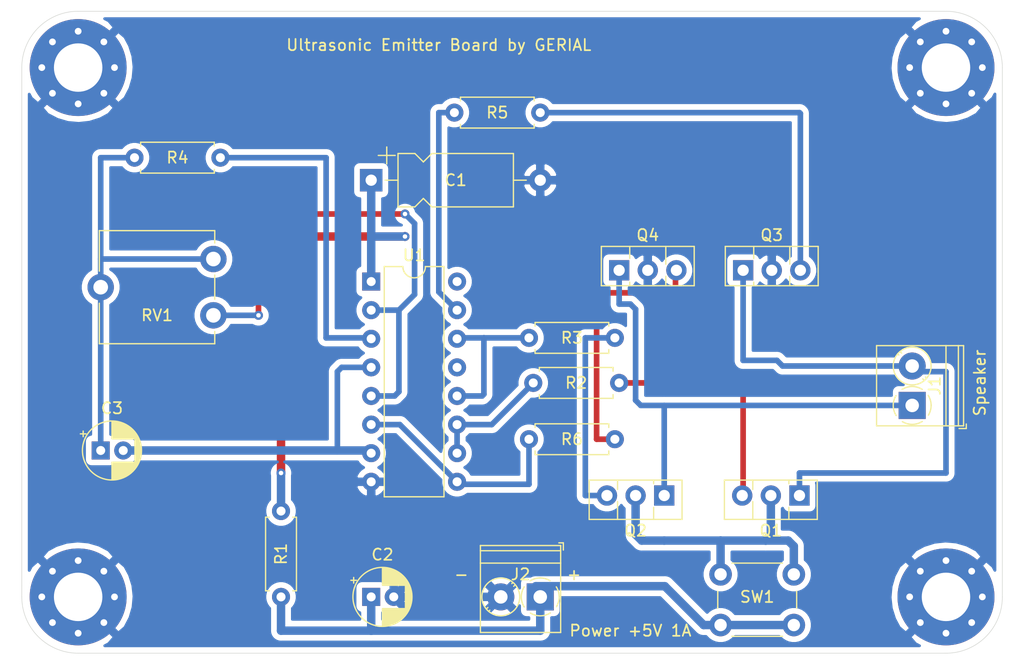
<source format=kicad_pcb>
(kicad_pcb (version 20171130) (host pcbnew "(5.1.6)-1")

  (general
    (thickness 1.6)
    (drawings 14)
    (tracks 118)
    (zones 0)
    (modules 22)
    (nets 19)
  )

  (page A4)
  (title_block
    (title "Ultrasonic Emitter")
    (date 2021-09-26)
    (company Gerial)
  )

  (layers
    (0 F.Cu signal)
    (31 B.Cu signal)
    (32 B.Adhes user)
    (33 F.Adhes user)
    (34 B.Paste user)
    (35 F.Paste user)
    (36 B.SilkS user)
    (37 F.SilkS user)
    (38 B.Mask user)
    (39 F.Mask user)
    (40 Dwgs.User user)
    (41 Cmts.User user)
    (42 Eco1.User user)
    (43 Eco2.User user)
    (44 Edge.Cuts user)
    (45 Margin user)
    (46 B.CrtYd user)
    (47 F.CrtYd user)
    (48 B.Fab user)
    (49 F.Fab user)
  )

  (setup
    (last_trace_width 0.5)
    (user_trace_width 0.3)
    (user_trace_width 0.5)
    (user_trace_width 0.75)
    (user_trace_width 1)
    (trace_clearance 0.2)
    (zone_clearance 0.508)
    (zone_45_only no)
    (trace_min 0.2)
    (via_size 0.8)
    (via_drill 0.4)
    (via_min_size 0.4)
    (via_min_drill 0.3)
    (uvia_size 0.3)
    (uvia_drill 0.1)
    (uvias_allowed no)
    (uvia_min_size 0.2)
    (uvia_min_drill 0.1)
    (edge_width 0.05)
    (segment_width 0.2)
    (pcb_text_width 0.3)
    (pcb_text_size 1.5 1.5)
    (mod_edge_width 0.12)
    (mod_text_size 1 1)
    (mod_text_width 0.15)
    (pad_size 1.524 1.524)
    (pad_drill 0.762)
    (pad_to_mask_clearance 0.05)
    (aux_axis_origin 0 0)
    (visible_elements 7FFFFFFF)
    (pcbplotparams
      (layerselection 0x010fc_ffffffff)
      (usegerberextensions false)
      (usegerberattributes true)
      (usegerberadvancedattributes true)
      (creategerberjobfile false)
      (excludeedgelayer true)
      (linewidth 0.100000)
      (plotframeref false)
      (viasonmask false)
      (mode 1)
      (useauxorigin false)
      (hpglpennumber 1)
      (hpglpenspeed 20)
      (hpglpendiameter 15.000000)
      (psnegative false)
      (psa4output false)
      (plotreference true)
      (plotvalue true)
      (plotinvisibletext false)
      (padsonsilk false)
      (subtractmaskfromsilk false)
      (outputformat 1)
      (mirror false)
      (drillshape 0)
      (scaleselection 1)
      (outputdirectory "gerber/"))
  )

  (net 0 "")
  (net 1 "Net-(C1-Pad1)")
  (net 2 GND)
  (net 3 +5V)
  (net 4 "Net-(C3-Pad2)")
  (net 5 "Net-(C3-Pad1)")
  (net 6 "Net-(J1-Pad1)")
  (net 7 "Net-(J1-Pad2)")
  (net 8 "Net-(Q1-Pad3)")
  (net 9 "Net-(Q2-Pad3)")
  (net 10 "Net-(Q3-Pad3)")
  (net 11 "Net-(Q4-Pad3)")
  (net 12 "Net-(R2-Pad2)")
  (net 13 "Net-(R3-Pad1)")
  (net 14 "Net-(R4-Pad2)")
  (net 15 "Net-(R5-Pad2)")
  (net 16 "Net-(R6-Pad1)")
  (net 17 "Net-(RV1-Pad3)")
  (net 18 "Net-(J2-Pad1)")

  (net_class Default "This is the default net class."
    (clearance 0.2)
    (trace_width 0.25)
    (via_dia 0.8)
    (via_drill 0.4)
    (uvia_dia 0.3)
    (uvia_drill 0.1)
    (add_net +5V)
    (add_net GND)
    (add_net "Net-(C1-Pad1)")
    (add_net "Net-(C3-Pad1)")
    (add_net "Net-(C3-Pad2)")
    (add_net "Net-(J1-Pad1)")
    (add_net "Net-(J1-Pad2)")
    (add_net "Net-(J2-Pad1)")
    (add_net "Net-(Q1-Pad3)")
    (add_net "Net-(Q2-Pad3)")
    (add_net "Net-(Q3-Pad3)")
    (add_net "Net-(Q4-Pad3)")
    (add_net "Net-(R2-Pad2)")
    (add_net "Net-(R3-Pad1)")
    (add_net "Net-(R4-Pad2)")
    (add_net "Net-(R5-Pad2)")
    (add_net "Net-(R6-Pad1)")
    (add_net "Net-(RV1-Pad3)")
  )

  (module Button_Switch_THT:SW_PUSH_6mm (layer F.Cu) (tedit 5A02FE31) (tstamp 61510CD2)
    (at 116 123)
    (descr https://www.omron.com/ecb/products/pdf/en-b3f.pdf)
    (tags "tact sw push 6mm")
    (path /6151127F)
    (fp_text reference SW1 (at 3.25 2) (layer F.SilkS)
      (effects (font (size 1 1) (thickness 0.15)))
    )
    (fp_text value SW_Push (at 3.75 6.7) (layer F.Fab)
      (effects (font (size 1 1) (thickness 0.15)))
    )
    (fp_text user %R (at 3.25 2.25) (layer F.Fab)
      (effects (font (size 1 1) (thickness 0.15)))
    )
    (fp_line (start 3.25 -0.75) (end 6.25 -0.75) (layer F.Fab) (width 0.1))
    (fp_line (start 6.25 -0.75) (end 6.25 5.25) (layer F.Fab) (width 0.1))
    (fp_line (start 6.25 5.25) (end 0.25 5.25) (layer F.Fab) (width 0.1))
    (fp_line (start 0.25 5.25) (end 0.25 -0.75) (layer F.Fab) (width 0.1))
    (fp_line (start 0.25 -0.75) (end 3.25 -0.75) (layer F.Fab) (width 0.1))
    (fp_line (start 7.75 6) (end 8 6) (layer F.CrtYd) (width 0.05))
    (fp_line (start 8 6) (end 8 5.75) (layer F.CrtYd) (width 0.05))
    (fp_line (start 7.75 -1.5) (end 8 -1.5) (layer F.CrtYd) (width 0.05))
    (fp_line (start 8 -1.5) (end 8 -1.25) (layer F.CrtYd) (width 0.05))
    (fp_line (start -1.5 -1.25) (end -1.5 -1.5) (layer F.CrtYd) (width 0.05))
    (fp_line (start -1.5 -1.5) (end -1.25 -1.5) (layer F.CrtYd) (width 0.05))
    (fp_line (start -1.5 5.75) (end -1.5 6) (layer F.CrtYd) (width 0.05))
    (fp_line (start -1.5 6) (end -1.25 6) (layer F.CrtYd) (width 0.05))
    (fp_line (start -1.25 -1.5) (end 7.75 -1.5) (layer F.CrtYd) (width 0.05))
    (fp_line (start -1.5 5.75) (end -1.5 -1.25) (layer F.CrtYd) (width 0.05))
    (fp_line (start 7.75 6) (end -1.25 6) (layer F.CrtYd) (width 0.05))
    (fp_line (start 8 -1.25) (end 8 5.75) (layer F.CrtYd) (width 0.05))
    (fp_line (start 1 5.5) (end 5.5 5.5) (layer F.SilkS) (width 0.12))
    (fp_line (start -0.25 1.5) (end -0.25 3) (layer F.SilkS) (width 0.12))
    (fp_line (start 5.5 -1) (end 1 -1) (layer F.SilkS) (width 0.12))
    (fp_line (start 6.75 3) (end 6.75 1.5) (layer F.SilkS) (width 0.12))
    (fp_circle (center 3.25 2.25) (end 1.25 2.5) (layer F.Fab) (width 0.1))
    (pad 1 thru_hole circle (at 6.5 0 90) (size 2 2) (drill 1.1) (layers *.Cu *.Mask)
      (net 3 +5V))
    (pad 2 thru_hole circle (at 6.5 4.5 90) (size 2 2) (drill 1.1) (layers *.Cu *.Mask)
      (net 18 "Net-(J2-Pad1)"))
    (pad 1 thru_hole circle (at 0 0 90) (size 2 2) (drill 1.1) (layers *.Cu *.Mask)
      (net 3 +5V))
    (pad 2 thru_hole circle (at 0 4.5 90) (size 2 2) (drill 1.1) (layers *.Cu *.Mask)
      (net 18 "Net-(J2-Pad1)"))
    (model ${KISYS3DMOD}/Button_Switch_THT.3dshapes/SW_PUSH_6mm.wrl
      (at (xyz 0 0 0))
      (scale (xyz 1 1 1))
      (rotate (xyz 0 0 0))
    )
  )

  (module TerminalBlock_Phoenix:TerminalBlock_Phoenix_PT-1,5-2-3.5-H_1x02_P3.50mm_Horizontal (layer F.Cu) (tedit 5B294F3F) (tstamp 61510A28)
    (at 100 125 180)
    (descr "Terminal Block Phoenix PT-1,5-2-3.5-H, 2 pins, pitch 3.5mm, size 7x7.6mm^2, drill diamater 1.2mm, pad diameter 2.4mm, see , script-generated using https://github.com/pointhi/kicad-footprint-generator/scripts/TerminalBlock_Phoenix")
    (tags "THT Terminal Block Phoenix PT-1,5-2-3.5-H pitch 3.5mm size 7x7.6mm^2 drill 1.2mm pad 2.4mm")
    (path /61563630)
    (fp_text reference J2 (at 1.75 2) (layer F.SilkS)
      (effects (font (size 1 1) (thickness 0.15)))
    )
    (fp_text value Screw_Terminal_01x02 (at 1.75 5.56) (layer F.Fab)
      (effects (font (size 1 1) (thickness 0.15)))
    )
    (fp_line (start 5.75 -3.6) (end -2.25 -3.6) (layer F.CrtYd) (width 0.05))
    (fp_line (start 5.75 5) (end 5.75 -3.6) (layer F.CrtYd) (width 0.05))
    (fp_line (start -2.25 5) (end 5.75 5) (layer F.CrtYd) (width 0.05))
    (fp_line (start -2.25 -3.6) (end -2.25 5) (layer F.CrtYd) (width 0.05))
    (fp_line (start -2.05 4.8) (end -1.65 4.8) (layer F.SilkS) (width 0.12))
    (fp_line (start -2.05 4.16) (end -2.05 4.8) (layer F.SilkS) (width 0.12))
    (fp_line (start 2.355 0.941) (end 2.226 1.069) (layer F.SilkS) (width 0.12))
    (fp_line (start 4.57 -1.275) (end 4.476 -1.181) (layer F.SilkS) (width 0.12))
    (fp_line (start 2.525 1.181) (end 2.431 1.274) (layer F.SilkS) (width 0.12))
    (fp_line (start 4.775 -1.069) (end 4.646 -0.941) (layer F.SilkS) (width 0.12))
    (fp_line (start 4.455 -1.138) (end 2.363 0.955) (layer F.Fab) (width 0.1))
    (fp_line (start 4.638 -0.955) (end 2.546 1.138) (layer F.Fab) (width 0.1))
    (fp_line (start 0.955 -1.138) (end -1.138 0.955) (layer F.Fab) (width 0.1))
    (fp_line (start 1.138 -0.955) (end -0.955 1.138) (layer F.Fab) (width 0.1))
    (fp_line (start 5.31 -3.16) (end 5.31 4.56) (layer F.SilkS) (width 0.12))
    (fp_line (start -1.81 -3.16) (end -1.81 4.56) (layer F.SilkS) (width 0.12))
    (fp_line (start -1.81 4.56) (end 5.31 4.56) (layer F.SilkS) (width 0.12))
    (fp_line (start -1.81 -3.16) (end 5.31 -3.16) (layer F.SilkS) (width 0.12))
    (fp_line (start -1.81 3) (end 5.31 3) (layer F.SilkS) (width 0.12))
    (fp_line (start -1.75 3) (end 5.25 3) (layer F.Fab) (width 0.1))
    (fp_line (start -1.81 4.1) (end 5.31 4.1) (layer F.SilkS) (width 0.12))
    (fp_line (start -1.75 4.1) (end 5.25 4.1) (layer F.Fab) (width 0.1))
    (fp_line (start -1.75 4.1) (end -1.75 -3.1) (layer F.Fab) (width 0.1))
    (fp_line (start -1.35 4.5) (end -1.75 4.1) (layer F.Fab) (width 0.1))
    (fp_line (start 5.25 4.5) (end -1.35 4.5) (layer F.Fab) (width 0.1))
    (fp_line (start 5.25 -3.1) (end 5.25 4.5) (layer F.Fab) (width 0.1))
    (fp_line (start -1.75 -3.1) (end 5.25 -3.1) (layer F.Fab) (width 0.1))
    (fp_circle (center 3.5 0) (end 5.18 0) (layer F.SilkS) (width 0.12))
    (fp_circle (center 3.5 0) (end 5 0) (layer F.Fab) (width 0.1))
    (fp_circle (center 0 0) (end 1.5 0) (layer F.Fab) (width 0.1))
    (fp_text user %R (at 1.75 2.4) (layer F.Fab)
      (effects (font (size 1 1) (thickness 0.15)))
    )
    (fp_arc (start 0 0) (end -0.866 1.44) (angle -32) (layer F.SilkS) (width 0.12))
    (fp_arc (start 0 0) (end -1.44 -0.866) (angle -63) (layer F.SilkS) (width 0.12))
    (fp_arc (start 0 0) (end 0.866 -1.44) (angle -63) (layer F.SilkS) (width 0.12))
    (fp_arc (start 0 0) (end 1.425 0.891) (angle -64) (layer F.SilkS) (width 0.12))
    (fp_arc (start 0 0) (end 0 1.68) (angle -32) (layer F.SilkS) (width 0.12))
    (pad 2 thru_hole circle (at 3.5 0 180) (size 2.4 2.4) (drill 1.2) (layers *.Cu *.Mask)
      (net 2 GND))
    (pad 1 thru_hole rect (at 0 0 180) (size 2.4 2.4) (drill 1.2) (layers *.Cu *.Mask)
      (net 18 "Net-(J2-Pad1)"))
    (model ${KISYS3DMOD}/TerminalBlock_Phoenix.3dshapes/TerminalBlock_Phoenix_PT-1,5-2-3.5-H_1x02_P3.50mm_Horizontal.wrl
      (at (xyz 0 0 0))
      (scale (xyz 1 1 1))
      (rotate (xyz 0 0 0))
    )
  )

  (module Capacitor_THT:CP_Axial_L10.0mm_D4.5mm_P15.00mm_Horizontal (layer F.Cu) (tedit 5AE50EF2) (tstamp 6150E1FC)
    (at 85 88)
    (descr "CP, Axial series, Axial, Horizontal, pin pitch=15mm, , length*diameter=10*4.5mm^2, Electrolytic Capacitor, , http://www.vishay.com/docs/28325/021asm.pdf")
    (tags "CP Axial series Axial Horizontal pin pitch 15mm  length 10mm diameter 4.5mm Electrolytic Capacitor")
    (path /615114D9)
    (fp_text reference C1 (at 7.5 0) (layer F.SilkS)
      (effects (font (size 1 1) (thickness 0.15)))
    )
    (fp_text value 10u (at 7.5 3.37) (layer F.Fab)
      (effects (font (size 1 1) (thickness 0.15)))
    )
    (fp_line (start 2.5 -2.25) (end 2.5 2.25) (layer F.Fab) (width 0.1))
    (fp_line (start 12.5 -2.25) (end 12.5 2.25) (layer F.Fab) (width 0.1))
    (fp_line (start 2.5 -2.25) (end 3.88 -2.25) (layer F.Fab) (width 0.1))
    (fp_line (start 3.88 -2.25) (end 4.63 -1.5) (layer F.Fab) (width 0.1))
    (fp_line (start 4.63 -1.5) (end 5.38 -2.25) (layer F.Fab) (width 0.1))
    (fp_line (start 5.38 -2.25) (end 12.5 -2.25) (layer F.Fab) (width 0.1))
    (fp_line (start 2.5 2.25) (end 3.88 2.25) (layer F.Fab) (width 0.1))
    (fp_line (start 3.88 2.25) (end 4.63 1.5) (layer F.Fab) (width 0.1))
    (fp_line (start 4.63 1.5) (end 5.38 2.25) (layer F.Fab) (width 0.1))
    (fp_line (start 5.38 2.25) (end 12.5 2.25) (layer F.Fab) (width 0.1))
    (fp_line (start 0 0) (end 2.5 0) (layer F.Fab) (width 0.1))
    (fp_line (start 15 0) (end 12.5 0) (layer F.Fab) (width 0.1))
    (fp_line (start 3.9 0) (end 5.4 0) (layer F.Fab) (width 0.1))
    (fp_line (start 4.65 -0.75) (end 4.65 0.75) (layer F.Fab) (width 0.1))
    (fp_line (start 0.63 -2.2) (end 2.13 -2.2) (layer F.SilkS) (width 0.12))
    (fp_line (start 1.38 -2.95) (end 1.38 -1.45) (layer F.SilkS) (width 0.12))
    (fp_line (start 2.38 -2.37) (end 2.38 2.37) (layer F.SilkS) (width 0.12))
    (fp_line (start 12.62 -2.37) (end 12.62 2.37) (layer F.SilkS) (width 0.12))
    (fp_line (start 2.38 -2.37) (end 3.88 -2.37) (layer F.SilkS) (width 0.12))
    (fp_line (start 3.88 -2.37) (end 4.63 -1.62) (layer F.SilkS) (width 0.12))
    (fp_line (start 4.63 -1.62) (end 5.38 -2.37) (layer F.SilkS) (width 0.12))
    (fp_line (start 5.38 -2.37) (end 12.62 -2.37) (layer F.SilkS) (width 0.12))
    (fp_line (start 2.38 2.37) (end 3.88 2.37) (layer F.SilkS) (width 0.12))
    (fp_line (start 3.88 2.37) (end 4.63 1.62) (layer F.SilkS) (width 0.12))
    (fp_line (start 4.63 1.62) (end 5.38 2.37) (layer F.SilkS) (width 0.12))
    (fp_line (start 5.38 2.37) (end 12.62 2.37) (layer F.SilkS) (width 0.12))
    (fp_line (start 1.24 0) (end 2.38 0) (layer F.SilkS) (width 0.12))
    (fp_line (start 13.76 0) (end 12.62 0) (layer F.SilkS) (width 0.12))
    (fp_line (start -1.25 -2.5) (end -1.25 2.5) (layer F.CrtYd) (width 0.05))
    (fp_line (start -1.25 2.5) (end 16.25 2.5) (layer F.CrtYd) (width 0.05))
    (fp_line (start 16.25 2.5) (end 16.25 -2.5) (layer F.CrtYd) (width 0.05))
    (fp_line (start 16.25 -2.5) (end -1.25 -2.5) (layer F.CrtYd) (width 0.05))
    (fp_text user %R (at 7.5 0) (layer F.Fab)
      (effects (font (size 1 1) (thickness 0.15)))
    )
    (pad 1 thru_hole rect (at 0 0) (size 2 2) (drill 1) (layers *.Cu *.Mask)
      (net 1 "Net-(C1-Pad1)"))
    (pad 2 thru_hole oval (at 15 0) (size 2 2) (drill 1) (layers *.Cu *.Mask)
      (net 2 GND))
    (model ${KISYS3DMOD}/Capacitor_THT.3dshapes/CP_Axial_L10.0mm_D4.5mm_P15.00mm_Horizontal.wrl
      (at (xyz 0 0 0))
      (scale (xyz 1 1 1))
      (rotate (xyz 0 0 0))
    )
  )

  (module Capacitor_THT:CP_Radial_D5.0mm_P2.00mm (layer F.Cu) (tedit 5AE50EF0) (tstamp 6150E27F)
    (at 85 125)
    (descr "CP, Radial series, Radial, pin pitch=2.00mm, , diameter=5mm, Electrolytic Capacitor")
    (tags "CP Radial series Radial pin pitch 2.00mm  diameter 5mm Electrolytic Capacitor")
    (path /61512978)
    (fp_text reference C2 (at 1 -3.75) (layer F.SilkS)
      (effects (font (size 1 1) (thickness 0.15)))
    )
    (fp_text value 1000u (at 1 3.75) (layer F.Fab)
      (effects (font (size 1 1) (thickness 0.15)))
    )
    (fp_circle (center 1 0) (end 3.5 0) (layer F.Fab) (width 0.1))
    (fp_circle (center 1 0) (end 3.62 0) (layer F.SilkS) (width 0.12))
    (fp_circle (center 1 0) (end 3.75 0) (layer F.CrtYd) (width 0.05))
    (fp_line (start -1.133605 -1.0875) (end -0.633605 -1.0875) (layer F.Fab) (width 0.1))
    (fp_line (start -0.883605 -1.3375) (end -0.883605 -0.8375) (layer F.Fab) (width 0.1))
    (fp_line (start 1 1.04) (end 1 2.58) (layer F.SilkS) (width 0.12))
    (fp_line (start 1 -2.58) (end 1 -1.04) (layer F.SilkS) (width 0.12))
    (fp_line (start 1.04 1.04) (end 1.04 2.58) (layer F.SilkS) (width 0.12))
    (fp_line (start 1.04 -2.58) (end 1.04 -1.04) (layer F.SilkS) (width 0.12))
    (fp_line (start 1.08 -2.579) (end 1.08 -1.04) (layer F.SilkS) (width 0.12))
    (fp_line (start 1.08 1.04) (end 1.08 2.579) (layer F.SilkS) (width 0.12))
    (fp_line (start 1.12 -2.578) (end 1.12 -1.04) (layer F.SilkS) (width 0.12))
    (fp_line (start 1.12 1.04) (end 1.12 2.578) (layer F.SilkS) (width 0.12))
    (fp_line (start 1.16 -2.576) (end 1.16 -1.04) (layer F.SilkS) (width 0.12))
    (fp_line (start 1.16 1.04) (end 1.16 2.576) (layer F.SilkS) (width 0.12))
    (fp_line (start 1.2 -2.573) (end 1.2 -1.04) (layer F.SilkS) (width 0.12))
    (fp_line (start 1.2 1.04) (end 1.2 2.573) (layer F.SilkS) (width 0.12))
    (fp_line (start 1.24 -2.569) (end 1.24 -1.04) (layer F.SilkS) (width 0.12))
    (fp_line (start 1.24 1.04) (end 1.24 2.569) (layer F.SilkS) (width 0.12))
    (fp_line (start 1.28 -2.565) (end 1.28 -1.04) (layer F.SilkS) (width 0.12))
    (fp_line (start 1.28 1.04) (end 1.28 2.565) (layer F.SilkS) (width 0.12))
    (fp_line (start 1.32 -2.561) (end 1.32 -1.04) (layer F.SilkS) (width 0.12))
    (fp_line (start 1.32 1.04) (end 1.32 2.561) (layer F.SilkS) (width 0.12))
    (fp_line (start 1.36 -2.556) (end 1.36 -1.04) (layer F.SilkS) (width 0.12))
    (fp_line (start 1.36 1.04) (end 1.36 2.556) (layer F.SilkS) (width 0.12))
    (fp_line (start 1.4 -2.55) (end 1.4 -1.04) (layer F.SilkS) (width 0.12))
    (fp_line (start 1.4 1.04) (end 1.4 2.55) (layer F.SilkS) (width 0.12))
    (fp_line (start 1.44 -2.543) (end 1.44 -1.04) (layer F.SilkS) (width 0.12))
    (fp_line (start 1.44 1.04) (end 1.44 2.543) (layer F.SilkS) (width 0.12))
    (fp_line (start 1.48 -2.536) (end 1.48 -1.04) (layer F.SilkS) (width 0.12))
    (fp_line (start 1.48 1.04) (end 1.48 2.536) (layer F.SilkS) (width 0.12))
    (fp_line (start 1.52 -2.528) (end 1.52 -1.04) (layer F.SilkS) (width 0.12))
    (fp_line (start 1.52 1.04) (end 1.52 2.528) (layer F.SilkS) (width 0.12))
    (fp_line (start 1.56 -2.52) (end 1.56 -1.04) (layer F.SilkS) (width 0.12))
    (fp_line (start 1.56 1.04) (end 1.56 2.52) (layer F.SilkS) (width 0.12))
    (fp_line (start 1.6 -2.511) (end 1.6 -1.04) (layer F.SilkS) (width 0.12))
    (fp_line (start 1.6 1.04) (end 1.6 2.511) (layer F.SilkS) (width 0.12))
    (fp_line (start 1.64 -2.501) (end 1.64 -1.04) (layer F.SilkS) (width 0.12))
    (fp_line (start 1.64 1.04) (end 1.64 2.501) (layer F.SilkS) (width 0.12))
    (fp_line (start 1.68 -2.491) (end 1.68 -1.04) (layer F.SilkS) (width 0.12))
    (fp_line (start 1.68 1.04) (end 1.68 2.491) (layer F.SilkS) (width 0.12))
    (fp_line (start 1.721 -2.48) (end 1.721 -1.04) (layer F.SilkS) (width 0.12))
    (fp_line (start 1.721 1.04) (end 1.721 2.48) (layer F.SilkS) (width 0.12))
    (fp_line (start 1.761 -2.468) (end 1.761 -1.04) (layer F.SilkS) (width 0.12))
    (fp_line (start 1.761 1.04) (end 1.761 2.468) (layer F.SilkS) (width 0.12))
    (fp_line (start 1.801 -2.455) (end 1.801 -1.04) (layer F.SilkS) (width 0.12))
    (fp_line (start 1.801 1.04) (end 1.801 2.455) (layer F.SilkS) (width 0.12))
    (fp_line (start 1.841 -2.442) (end 1.841 -1.04) (layer F.SilkS) (width 0.12))
    (fp_line (start 1.841 1.04) (end 1.841 2.442) (layer F.SilkS) (width 0.12))
    (fp_line (start 1.881 -2.428) (end 1.881 -1.04) (layer F.SilkS) (width 0.12))
    (fp_line (start 1.881 1.04) (end 1.881 2.428) (layer F.SilkS) (width 0.12))
    (fp_line (start 1.921 -2.414) (end 1.921 -1.04) (layer F.SilkS) (width 0.12))
    (fp_line (start 1.921 1.04) (end 1.921 2.414) (layer F.SilkS) (width 0.12))
    (fp_line (start 1.961 -2.398) (end 1.961 -1.04) (layer F.SilkS) (width 0.12))
    (fp_line (start 1.961 1.04) (end 1.961 2.398) (layer F.SilkS) (width 0.12))
    (fp_line (start 2.001 -2.382) (end 2.001 -1.04) (layer F.SilkS) (width 0.12))
    (fp_line (start 2.001 1.04) (end 2.001 2.382) (layer F.SilkS) (width 0.12))
    (fp_line (start 2.041 -2.365) (end 2.041 -1.04) (layer F.SilkS) (width 0.12))
    (fp_line (start 2.041 1.04) (end 2.041 2.365) (layer F.SilkS) (width 0.12))
    (fp_line (start 2.081 -2.348) (end 2.081 -1.04) (layer F.SilkS) (width 0.12))
    (fp_line (start 2.081 1.04) (end 2.081 2.348) (layer F.SilkS) (width 0.12))
    (fp_line (start 2.121 -2.329) (end 2.121 -1.04) (layer F.SilkS) (width 0.12))
    (fp_line (start 2.121 1.04) (end 2.121 2.329) (layer F.SilkS) (width 0.12))
    (fp_line (start 2.161 -2.31) (end 2.161 -1.04) (layer F.SilkS) (width 0.12))
    (fp_line (start 2.161 1.04) (end 2.161 2.31) (layer F.SilkS) (width 0.12))
    (fp_line (start 2.201 -2.29) (end 2.201 -1.04) (layer F.SilkS) (width 0.12))
    (fp_line (start 2.201 1.04) (end 2.201 2.29) (layer F.SilkS) (width 0.12))
    (fp_line (start 2.241 -2.268) (end 2.241 -1.04) (layer F.SilkS) (width 0.12))
    (fp_line (start 2.241 1.04) (end 2.241 2.268) (layer F.SilkS) (width 0.12))
    (fp_line (start 2.281 -2.247) (end 2.281 -1.04) (layer F.SilkS) (width 0.12))
    (fp_line (start 2.281 1.04) (end 2.281 2.247) (layer F.SilkS) (width 0.12))
    (fp_line (start 2.321 -2.224) (end 2.321 -1.04) (layer F.SilkS) (width 0.12))
    (fp_line (start 2.321 1.04) (end 2.321 2.224) (layer F.SilkS) (width 0.12))
    (fp_line (start 2.361 -2.2) (end 2.361 -1.04) (layer F.SilkS) (width 0.12))
    (fp_line (start 2.361 1.04) (end 2.361 2.2) (layer F.SilkS) (width 0.12))
    (fp_line (start 2.401 -2.175) (end 2.401 -1.04) (layer F.SilkS) (width 0.12))
    (fp_line (start 2.401 1.04) (end 2.401 2.175) (layer F.SilkS) (width 0.12))
    (fp_line (start 2.441 -2.149) (end 2.441 -1.04) (layer F.SilkS) (width 0.12))
    (fp_line (start 2.441 1.04) (end 2.441 2.149) (layer F.SilkS) (width 0.12))
    (fp_line (start 2.481 -2.122) (end 2.481 -1.04) (layer F.SilkS) (width 0.12))
    (fp_line (start 2.481 1.04) (end 2.481 2.122) (layer F.SilkS) (width 0.12))
    (fp_line (start 2.521 -2.095) (end 2.521 -1.04) (layer F.SilkS) (width 0.12))
    (fp_line (start 2.521 1.04) (end 2.521 2.095) (layer F.SilkS) (width 0.12))
    (fp_line (start 2.561 -2.065) (end 2.561 -1.04) (layer F.SilkS) (width 0.12))
    (fp_line (start 2.561 1.04) (end 2.561 2.065) (layer F.SilkS) (width 0.12))
    (fp_line (start 2.601 -2.035) (end 2.601 -1.04) (layer F.SilkS) (width 0.12))
    (fp_line (start 2.601 1.04) (end 2.601 2.035) (layer F.SilkS) (width 0.12))
    (fp_line (start 2.641 -2.004) (end 2.641 -1.04) (layer F.SilkS) (width 0.12))
    (fp_line (start 2.641 1.04) (end 2.641 2.004) (layer F.SilkS) (width 0.12))
    (fp_line (start 2.681 -1.971) (end 2.681 -1.04) (layer F.SilkS) (width 0.12))
    (fp_line (start 2.681 1.04) (end 2.681 1.971) (layer F.SilkS) (width 0.12))
    (fp_line (start 2.721 -1.937) (end 2.721 -1.04) (layer F.SilkS) (width 0.12))
    (fp_line (start 2.721 1.04) (end 2.721 1.937) (layer F.SilkS) (width 0.12))
    (fp_line (start 2.761 -1.901) (end 2.761 -1.04) (layer F.SilkS) (width 0.12))
    (fp_line (start 2.761 1.04) (end 2.761 1.901) (layer F.SilkS) (width 0.12))
    (fp_line (start 2.801 -1.864) (end 2.801 -1.04) (layer F.SilkS) (width 0.12))
    (fp_line (start 2.801 1.04) (end 2.801 1.864) (layer F.SilkS) (width 0.12))
    (fp_line (start 2.841 -1.826) (end 2.841 -1.04) (layer F.SilkS) (width 0.12))
    (fp_line (start 2.841 1.04) (end 2.841 1.826) (layer F.SilkS) (width 0.12))
    (fp_line (start 2.881 -1.785) (end 2.881 -1.04) (layer F.SilkS) (width 0.12))
    (fp_line (start 2.881 1.04) (end 2.881 1.785) (layer F.SilkS) (width 0.12))
    (fp_line (start 2.921 -1.743) (end 2.921 -1.04) (layer F.SilkS) (width 0.12))
    (fp_line (start 2.921 1.04) (end 2.921 1.743) (layer F.SilkS) (width 0.12))
    (fp_line (start 2.961 -1.699) (end 2.961 -1.04) (layer F.SilkS) (width 0.12))
    (fp_line (start 2.961 1.04) (end 2.961 1.699) (layer F.SilkS) (width 0.12))
    (fp_line (start 3.001 -1.653) (end 3.001 -1.04) (layer F.SilkS) (width 0.12))
    (fp_line (start 3.001 1.04) (end 3.001 1.653) (layer F.SilkS) (width 0.12))
    (fp_line (start 3.041 -1.605) (end 3.041 1.605) (layer F.SilkS) (width 0.12))
    (fp_line (start 3.081 -1.554) (end 3.081 1.554) (layer F.SilkS) (width 0.12))
    (fp_line (start 3.121 -1.5) (end 3.121 1.5) (layer F.SilkS) (width 0.12))
    (fp_line (start 3.161 -1.443) (end 3.161 1.443) (layer F.SilkS) (width 0.12))
    (fp_line (start 3.201 -1.383) (end 3.201 1.383) (layer F.SilkS) (width 0.12))
    (fp_line (start 3.241 -1.319) (end 3.241 1.319) (layer F.SilkS) (width 0.12))
    (fp_line (start 3.281 -1.251) (end 3.281 1.251) (layer F.SilkS) (width 0.12))
    (fp_line (start 3.321 -1.178) (end 3.321 1.178) (layer F.SilkS) (width 0.12))
    (fp_line (start 3.361 -1.098) (end 3.361 1.098) (layer F.SilkS) (width 0.12))
    (fp_line (start 3.401 -1.011) (end 3.401 1.011) (layer F.SilkS) (width 0.12))
    (fp_line (start 3.441 -0.915) (end 3.441 0.915) (layer F.SilkS) (width 0.12))
    (fp_line (start 3.481 -0.805) (end 3.481 0.805) (layer F.SilkS) (width 0.12))
    (fp_line (start 3.521 -0.677) (end 3.521 0.677) (layer F.SilkS) (width 0.12))
    (fp_line (start 3.561 -0.518) (end 3.561 0.518) (layer F.SilkS) (width 0.12))
    (fp_line (start 3.601 -0.284) (end 3.601 0.284) (layer F.SilkS) (width 0.12))
    (fp_line (start -1.804775 -1.475) (end -1.304775 -1.475) (layer F.SilkS) (width 0.12))
    (fp_line (start -1.554775 -1.725) (end -1.554775 -1.225) (layer F.SilkS) (width 0.12))
    (fp_text user %R (at 1 0) (layer F.Fab)
      (effects (font (size 1 1) (thickness 0.15)))
    )
    (pad 1 thru_hole rect (at 0 0) (size 1.6 1.6) (drill 0.8) (layers *.Cu *.Mask)
      (net 3 +5V))
    (pad 2 thru_hole circle (at 2 0) (size 1.6 1.6) (drill 0.8) (layers *.Cu *.Mask)
      (net 2 GND))
    (model ${KISYS3DMOD}/Capacitor_THT.3dshapes/CP_Radial_D5.0mm_P2.00mm.wrl
      (at (xyz 0 0 0))
      (scale (xyz 1 1 1))
      (rotate (xyz 0 0 0))
    )
  )

  (module Capacitor_THT:CP_Radial_D5.0mm_P2.00mm (layer F.Cu) (tedit 5AE50EF0) (tstamp 6150E302)
    (at 61 112)
    (descr "CP, Radial series, Radial, pin pitch=2.00mm, , diameter=5mm, Electrolytic Capacitor")
    (tags "CP Radial series Radial pin pitch 2.00mm  diameter 5mm Electrolytic Capacitor")
    (path /6150F65A)
    (fp_text reference C3 (at 1 -3.75) (layer F.SilkS)
      (effects (font (size 1 1) (thickness 0.15)))
    )
    (fp_text value 1500pF (at 1 3.75) (layer F.Fab)
      (effects (font (size 1 1) (thickness 0.15)))
    )
    (fp_line (start -1.554775 -1.725) (end -1.554775 -1.225) (layer F.SilkS) (width 0.12))
    (fp_line (start -1.804775 -1.475) (end -1.304775 -1.475) (layer F.SilkS) (width 0.12))
    (fp_line (start 3.601 -0.284) (end 3.601 0.284) (layer F.SilkS) (width 0.12))
    (fp_line (start 3.561 -0.518) (end 3.561 0.518) (layer F.SilkS) (width 0.12))
    (fp_line (start 3.521 -0.677) (end 3.521 0.677) (layer F.SilkS) (width 0.12))
    (fp_line (start 3.481 -0.805) (end 3.481 0.805) (layer F.SilkS) (width 0.12))
    (fp_line (start 3.441 -0.915) (end 3.441 0.915) (layer F.SilkS) (width 0.12))
    (fp_line (start 3.401 -1.011) (end 3.401 1.011) (layer F.SilkS) (width 0.12))
    (fp_line (start 3.361 -1.098) (end 3.361 1.098) (layer F.SilkS) (width 0.12))
    (fp_line (start 3.321 -1.178) (end 3.321 1.178) (layer F.SilkS) (width 0.12))
    (fp_line (start 3.281 -1.251) (end 3.281 1.251) (layer F.SilkS) (width 0.12))
    (fp_line (start 3.241 -1.319) (end 3.241 1.319) (layer F.SilkS) (width 0.12))
    (fp_line (start 3.201 -1.383) (end 3.201 1.383) (layer F.SilkS) (width 0.12))
    (fp_line (start 3.161 -1.443) (end 3.161 1.443) (layer F.SilkS) (width 0.12))
    (fp_line (start 3.121 -1.5) (end 3.121 1.5) (layer F.SilkS) (width 0.12))
    (fp_line (start 3.081 -1.554) (end 3.081 1.554) (layer F.SilkS) (width 0.12))
    (fp_line (start 3.041 -1.605) (end 3.041 1.605) (layer F.SilkS) (width 0.12))
    (fp_line (start 3.001 1.04) (end 3.001 1.653) (layer F.SilkS) (width 0.12))
    (fp_line (start 3.001 -1.653) (end 3.001 -1.04) (layer F.SilkS) (width 0.12))
    (fp_line (start 2.961 1.04) (end 2.961 1.699) (layer F.SilkS) (width 0.12))
    (fp_line (start 2.961 -1.699) (end 2.961 -1.04) (layer F.SilkS) (width 0.12))
    (fp_line (start 2.921 1.04) (end 2.921 1.743) (layer F.SilkS) (width 0.12))
    (fp_line (start 2.921 -1.743) (end 2.921 -1.04) (layer F.SilkS) (width 0.12))
    (fp_line (start 2.881 1.04) (end 2.881 1.785) (layer F.SilkS) (width 0.12))
    (fp_line (start 2.881 -1.785) (end 2.881 -1.04) (layer F.SilkS) (width 0.12))
    (fp_line (start 2.841 1.04) (end 2.841 1.826) (layer F.SilkS) (width 0.12))
    (fp_line (start 2.841 -1.826) (end 2.841 -1.04) (layer F.SilkS) (width 0.12))
    (fp_line (start 2.801 1.04) (end 2.801 1.864) (layer F.SilkS) (width 0.12))
    (fp_line (start 2.801 -1.864) (end 2.801 -1.04) (layer F.SilkS) (width 0.12))
    (fp_line (start 2.761 1.04) (end 2.761 1.901) (layer F.SilkS) (width 0.12))
    (fp_line (start 2.761 -1.901) (end 2.761 -1.04) (layer F.SilkS) (width 0.12))
    (fp_line (start 2.721 1.04) (end 2.721 1.937) (layer F.SilkS) (width 0.12))
    (fp_line (start 2.721 -1.937) (end 2.721 -1.04) (layer F.SilkS) (width 0.12))
    (fp_line (start 2.681 1.04) (end 2.681 1.971) (layer F.SilkS) (width 0.12))
    (fp_line (start 2.681 -1.971) (end 2.681 -1.04) (layer F.SilkS) (width 0.12))
    (fp_line (start 2.641 1.04) (end 2.641 2.004) (layer F.SilkS) (width 0.12))
    (fp_line (start 2.641 -2.004) (end 2.641 -1.04) (layer F.SilkS) (width 0.12))
    (fp_line (start 2.601 1.04) (end 2.601 2.035) (layer F.SilkS) (width 0.12))
    (fp_line (start 2.601 -2.035) (end 2.601 -1.04) (layer F.SilkS) (width 0.12))
    (fp_line (start 2.561 1.04) (end 2.561 2.065) (layer F.SilkS) (width 0.12))
    (fp_line (start 2.561 -2.065) (end 2.561 -1.04) (layer F.SilkS) (width 0.12))
    (fp_line (start 2.521 1.04) (end 2.521 2.095) (layer F.SilkS) (width 0.12))
    (fp_line (start 2.521 -2.095) (end 2.521 -1.04) (layer F.SilkS) (width 0.12))
    (fp_line (start 2.481 1.04) (end 2.481 2.122) (layer F.SilkS) (width 0.12))
    (fp_line (start 2.481 -2.122) (end 2.481 -1.04) (layer F.SilkS) (width 0.12))
    (fp_line (start 2.441 1.04) (end 2.441 2.149) (layer F.SilkS) (width 0.12))
    (fp_line (start 2.441 -2.149) (end 2.441 -1.04) (layer F.SilkS) (width 0.12))
    (fp_line (start 2.401 1.04) (end 2.401 2.175) (layer F.SilkS) (width 0.12))
    (fp_line (start 2.401 -2.175) (end 2.401 -1.04) (layer F.SilkS) (width 0.12))
    (fp_line (start 2.361 1.04) (end 2.361 2.2) (layer F.SilkS) (width 0.12))
    (fp_line (start 2.361 -2.2) (end 2.361 -1.04) (layer F.SilkS) (width 0.12))
    (fp_line (start 2.321 1.04) (end 2.321 2.224) (layer F.SilkS) (width 0.12))
    (fp_line (start 2.321 -2.224) (end 2.321 -1.04) (layer F.SilkS) (width 0.12))
    (fp_line (start 2.281 1.04) (end 2.281 2.247) (layer F.SilkS) (width 0.12))
    (fp_line (start 2.281 -2.247) (end 2.281 -1.04) (layer F.SilkS) (width 0.12))
    (fp_line (start 2.241 1.04) (end 2.241 2.268) (layer F.SilkS) (width 0.12))
    (fp_line (start 2.241 -2.268) (end 2.241 -1.04) (layer F.SilkS) (width 0.12))
    (fp_line (start 2.201 1.04) (end 2.201 2.29) (layer F.SilkS) (width 0.12))
    (fp_line (start 2.201 -2.29) (end 2.201 -1.04) (layer F.SilkS) (width 0.12))
    (fp_line (start 2.161 1.04) (end 2.161 2.31) (layer F.SilkS) (width 0.12))
    (fp_line (start 2.161 -2.31) (end 2.161 -1.04) (layer F.SilkS) (width 0.12))
    (fp_line (start 2.121 1.04) (end 2.121 2.329) (layer F.SilkS) (width 0.12))
    (fp_line (start 2.121 -2.329) (end 2.121 -1.04) (layer F.SilkS) (width 0.12))
    (fp_line (start 2.081 1.04) (end 2.081 2.348) (layer F.SilkS) (width 0.12))
    (fp_line (start 2.081 -2.348) (end 2.081 -1.04) (layer F.SilkS) (width 0.12))
    (fp_line (start 2.041 1.04) (end 2.041 2.365) (layer F.SilkS) (width 0.12))
    (fp_line (start 2.041 -2.365) (end 2.041 -1.04) (layer F.SilkS) (width 0.12))
    (fp_line (start 2.001 1.04) (end 2.001 2.382) (layer F.SilkS) (width 0.12))
    (fp_line (start 2.001 -2.382) (end 2.001 -1.04) (layer F.SilkS) (width 0.12))
    (fp_line (start 1.961 1.04) (end 1.961 2.398) (layer F.SilkS) (width 0.12))
    (fp_line (start 1.961 -2.398) (end 1.961 -1.04) (layer F.SilkS) (width 0.12))
    (fp_line (start 1.921 1.04) (end 1.921 2.414) (layer F.SilkS) (width 0.12))
    (fp_line (start 1.921 -2.414) (end 1.921 -1.04) (layer F.SilkS) (width 0.12))
    (fp_line (start 1.881 1.04) (end 1.881 2.428) (layer F.SilkS) (width 0.12))
    (fp_line (start 1.881 -2.428) (end 1.881 -1.04) (layer F.SilkS) (width 0.12))
    (fp_line (start 1.841 1.04) (end 1.841 2.442) (layer F.SilkS) (width 0.12))
    (fp_line (start 1.841 -2.442) (end 1.841 -1.04) (layer F.SilkS) (width 0.12))
    (fp_line (start 1.801 1.04) (end 1.801 2.455) (layer F.SilkS) (width 0.12))
    (fp_line (start 1.801 -2.455) (end 1.801 -1.04) (layer F.SilkS) (width 0.12))
    (fp_line (start 1.761 1.04) (end 1.761 2.468) (layer F.SilkS) (width 0.12))
    (fp_line (start 1.761 -2.468) (end 1.761 -1.04) (layer F.SilkS) (width 0.12))
    (fp_line (start 1.721 1.04) (end 1.721 2.48) (layer F.SilkS) (width 0.12))
    (fp_line (start 1.721 -2.48) (end 1.721 -1.04) (layer F.SilkS) (width 0.12))
    (fp_line (start 1.68 1.04) (end 1.68 2.491) (layer F.SilkS) (width 0.12))
    (fp_line (start 1.68 -2.491) (end 1.68 -1.04) (layer F.SilkS) (width 0.12))
    (fp_line (start 1.64 1.04) (end 1.64 2.501) (layer F.SilkS) (width 0.12))
    (fp_line (start 1.64 -2.501) (end 1.64 -1.04) (layer F.SilkS) (width 0.12))
    (fp_line (start 1.6 1.04) (end 1.6 2.511) (layer F.SilkS) (width 0.12))
    (fp_line (start 1.6 -2.511) (end 1.6 -1.04) (layer F.SilkS) (width 0.12))
    (fp_line (start 1.56 1.04) (end 1.56 2.52) (layer F.SilkS) (width 0.12))
    (fp_line (start 1.56 -2.52) (end 1.56 -1.04) (layer F.SilkS) (width 0.12))
    (fp_line (start 1.52 1.04) (end 1.52 2.528) (layer F.SilkS) (width 0.12))
    (fp_line (start 1.52 -2.528) (end 1.52 -1.04) (layer F.SilkS) (width 0.12))
    (fp_line (start 1.48 1.04) (end 1.48 2.536) (layer F.SilkS) (width 0.12))
    (fp_line (start 1.48 -2.536) (end 1.48 -1.04) (layer F.SilkS) (width 0.12))
    (fp_line (start 1.44 1.04) (end 1.44 2.543) (layer F.SilkS) (width 0.12))
    (fp_line (start 1.44 -2.543) (end 1.44 -1.04) (layer F.SilkS) (width 0.12))
    (fp_line (start 1.4 1.04) (end 1.4 2.55) (layer F.SilkS) (width 0.12))
    (fp_line (start 1.4 -2.55) (end 1.4 -1.04) (layer F.SilkS) (width 0.12))
    (fp_line (start 1.36 1.04) (end 1.36 2.556) (layer F.SilkS) (width 0.12))
    (fp_line (start 1.36 -2.556) (end 1.36 -1.04) (layer F.SilkS) (width 0.12))
    (fp_line (start 1.32 1.04) (end 1.32 2.561) (layer F.SilkS) (width 0.12))
    (fp_line (start 1.32 -2.561) (end 1.32 -1.04) (layer F.SilkS) (width 0.12))
    (fp_line (start 1.28 1.04) (end 1.28 2.565) (layer F.SilkS) (width 0.12))
    (fp_line (start 1.28 -2.565) (end 1.28 -1.04) (layer F.SilkS) (width 0.12))
    (fp_line (start 1.24 1.04) (end 1.24 2.569) (layer F.SilkS) (width 0.12))
    (fp_line (start 1.24 -2.569) (end 1.24 -1.04) (layer F.SilkS) (width 0.12))
    (fp_line (start 1.2 1.04) (end 1.2 2.573) (layer F.SilkS) (width 0.12))
    (fp_line (start 1.2 -2.573) (end 1.2 -1.04) (layer F.SilkS) (width 0.12))
    (fp_line (start 1.16 1.04) (end 1.16 2.576) (layer F.SilkS) (width 0.12))
    (fp_line (start 1.16 -2.576) (end 1.16 -1.04) (layer F.SilkS) (width 0.12))
    (fp_line (start 1.12 1.04) (end 1.12 2.578) (layer F.SilkS) (width 0.12))
    (fp_line (start 1.12 -2.578) (end 1.12 -1.04) (layer F.SilkS) (width 0.12))
    (fp_line (start 1.08 1.04) (end 1.08 2.579) (layer F.SilkS) (width 0.12))
    (fp_line (start 1.08 -2.579) (end 1.08 -1.04) (layer F.SilkS) (width 0.12))
    (fp_line (start 1.04 -2.58) (end 1.04 -1.04) (layer F.SilkS) (width 0.12))
    (fp_line (start 1.04 1.04) (end 1.04 2.58) (layer F.SilkS) (width 0.12))
    (fp_line (start 1 -2.58) (end 1 -1.04) (layer F.SilkS) (width 0.12))
    (fp_line (start 1 1.04) (end 1 2.58) (layer F.SilkS) (width 0.12))
    (fp_line (start -0.883605 -1.3375) (end -0.883605 -0.8375) (layer F.Fab) (width 0.1))
    (fp_line (start -1.133605 -1.0875) (end -0.633605 -1.0875) (layer F.Fab) (width 0.1))
    (fp_circle (center 1 0) (end 3.75 0) (layer F.CrtYd) (width 0.05))
    (fp_circle (center 1 0) (end 3.62 0) (layer F.SilkS) (width 0.12))
    (fp_circle (center 1 0) (end 3.5 0) (layer F.Fab) (width 0.1))
    (fp_text user %R (at 1 0) (layer F.Fab)
      (effects (font (size 1 1) (thickness 0.15)))
    )
    (pad 2 thru_hole circle (at 2 0) (size 1.6 1.6) (drill 0.8) (layers *.Cu *.Mask)
      (net 4 "Net-(C3-Pad2)"))
    (pad 1 thru_hole rect (at 0 0) (size 1.6 1.6) (drill 0.8) (layers *.Cu *.Mask)
      (net 5 "Net-(C3-Pad1)"))
    (model ${KISYS3DMOD}/Capacitor_THT.3dshapes/CP_Radial_D5.0mm_P2.00mm.wrl
      (at (xyz 0 0 0))
      (scale (xyz 1 1 1))
      (rotate (xyz 0 0 0))
    )
  )

  (module MountingHole:MountingHole_4.3mm_M4_Pad_Via (layer F.Cu) (tedit 56DDBFD7) (tstamp 6150E312)
    (at 59 78)
    (descr "Mounting Hole 4.3mm, M4")
    (tags "mounting hole 4.3mm m4")
    (path /6153B349)
    (attr virtual)
    (fp_text reference H1 (at 0 -5.3) (layer F.SilkS) hide
      (effects (font (size 1 1) (thickness 0.15)))
    )
    (fp_text value MountingHole_Pad (at 0 5.3) (layer F.Fab)
      (effects (font (size 1 1) (thickness 0.15)))
    )
    (fp_circle (center 0 0) (end 4.3 0) (layer Cmts.User) (width 0.15))
    (fp_circle (center 0 0) (end 4.55 0) (layer F.CrtYd) (width 0.05))
    (fp_text user %R (at 0.3 0) (layer F.Fab)
      (effects (font (size 1 1) (thickness 0.15)))
    )
    (pad 1 thru_hole circle (at 0 0) (size 8.6 8.6) (drill 4.3) (layers *.Cu *.Mask)
      (net 2 GND))
    (pad 1 thru_hole circle (at 3.225 0) (size 0.9 0.9) (drill 0.6) (layers *.Cu *.Mask)
      (net 2 GND))
    (pad 1 thru_hole circle (at 2.280419 2.280419) (size 0.9 0.9) (drill 0.6) (layers *.Cu *.Mask)
      (net 2 GND))
    (pad 1 thru_hole circle (at 0 3.225) (size 0.9 0.9) (drill 0.6) (layers *.Cu *.Mask)
      (net 2 GND))
    (pad 1 thru_hole circle (at -2.280419 2.280419) (size 0.9 0.9) (drill 0.6) (layers *.Cu *.Mask)
      (net 2 GND))
    (pad 1 thru_hole circle (at -3.225 0) (size 0.9 0.9) (drill 0.6) (layers *.Cu *.Mask)
      (net 2 GND))
    (pad 1 thru_hole circle (at -2.280419 -2.280419) (size 0.9 0.9) (drill 0.6) (layers *.Cu *.Mask)
      (net 2 GND))
    (pad 1 thru_hole circle (at 0 -3.225) (size 0.9 0.9) (drill 0.6) (layers *.Cu *.Mask)
      (net 2 GND))
    (pad 1 thru_hole circle (at 2.280419 -2.280419) (size 0.9 0.9) (drill 0.6) (layers *.Cu *.Mask)
      (net 2 GND))
  )

  (module MountingHole:MountingHole_4.3mm_M4_Pad_Via (layer F.Cu) (tedit 56DDBFD7) (tstamp 6150E322)
    (at 59 125)
    (descr "Mounting Hole 4.3mm, M4")
    (tags "mounting hole 4.3mm m4")
    (path /6153D0F5)
    (attr virtual)
    (fp_text reference H2 (at 0 -5.3) (layer F.SilkS) hide
      (effects (font (size 1 1) (thickness 0.15)))
    )
    (fp_text value MountingHole_Pad (at 0 5.3) (layer F.Fab)
      (effects (font (size 1 1) (thickness 0.15)))
    )
    (fp_circle (center 0 0) (end 4.55 0) (layer F.CrtYd) (width 0.05))
    (fp_circle (center 0 0) (end 4.3 0) (layer Cmts.User) (width 0.15))
    (fp_text user %R (at 0.3 0) (layer F.Fab)
      (effects (font (size 1 1) (thickness 0.15)))
    )
    (pad 1 thru_hole circle (at 2.280419 -2.280419) (size 0.9 0.9) (drill 0.6) (layers *.Cu *.Mask)
      (net 2 GND))
    (pad 1 thru_hole circle (at 0 -3.225) (size 0.9 0.9) (drill 0.6) (layers *.Cu *.Mask)
      (net 2 GND))
    (pad 1 thru_hole circle (at -2.280419 -2.280419) (size 0.9 0.9) (drill 0.6) (layers *.Cu *.Mask)
      (net 2 GND))
    (pad 1 thru_hole circle (at -3.225 0) (size 0.9 0.9) (drill 0.6) (layers *.Cu *.Mask)
      (net 2 GND))
    (pad 1 thru_hole circle (at -2.280419 2.280419) (size 0.9 0.9) (drill 0.6) (layers *.Cu *.Mask)
      (net 2 GND))
    (pad 1 thru_hole circle (at 0 3.225) (size 0.9 0.9) (drill 0.6) (layers *.Cu *.Mask)
      (net 2 GND))
    (pad 1 thru_hole circle (at 2.280419 2.280419) (size 0.9 0.9) (drill 0.6) (layers *.Cu *.Mask)
      (net 2 GND))
    (pad 1 thru_hole circle (at 3.225 0) (size 0.9 0.9) (drill 0.6) (layers *.Cu *.Mask)
      (net 2 GND))
    (pad 1 thru_hole circle (at 0 0) (size 8.6 8.6) (drill 4.3) (layers *.Cu *.Mask)
      (net 2 GND))
  )

  (module MountingHole:MountingHole_4.3mm_M4_Pad_Via (layer F.Cu) (tedit 56DDBFD7) (tstamp 6150E332)
    (at 136 78)
    (descr "Mounting Hole 4.3mm, M4")
    (tags "mounting hole 4.3mm m4")
    (path /6153D682)
    (attr virtual)
    (fp_text reference H3 (at 0 -5.3) (layer F.SilkS) hide
      (effects (font (size 1 1) (thickness 0.15)))
    )
    (fp_text value MountingHole_Pad (at 0 5.3) (layer F.Fab)
      (effects (font (size 1 1) (thickness 0.15)))
    )
    (fp_circle (center 0 0) (end 4.3 0) (layer Cmts.User) (width 0.15))
    (fp_circle (center 0 0) (end 4.55 0) (layer F.CrtYd) (width 0.05))
    (fp_text user %R (at 0.3 0) (layer F.Fab)
      (effects (font (size 1 1) (thickness 0.15)))
    )
    (pad 1 thru_hole circle (at 0 0) (size 8.6 8.6) (drill 4.3) (layers *.Cu *.Mask)
      (net 2 GND))
    (pad 1 thru_hole circle (at 3.225 0) (size 0.9 0.9) (drill 0.6) (layers *.Cu *.Mask)
      (net 2 GND))
    (pad 1 thru_hole circle (at 2.280419 2.280419) (size 0.9 0.9) (drill 0.6) (layers *.Cu *.Mask)
      (net 2 GND))
    (pad 1 thru_hole circle (at 0 3.225) (size 0.9 0.9) (drill 0.6) (layers *.Cu *.Mask)
      (net 2 GND))
    (pad 1 thru_hole circle (at -2.280419 2.280419) (size 0.9 0.9) (drill 0.6) (layers *.Cu *.Mask)
      (net 2 GND))
    (pad 1 thru_hole circle (at -3.225 0) (size 0.9 0.9) (drill 0.6) (layers *.Cu *.Mask)
      (net 2 GND))
    (pad 1 thru_hole circle (at -2.280419 -2.280419) (size 0.9 0.9) (drill 0.6) (layers *.Cu *.Mask)
      (net 2 GND))
    (pad 1 thru_hole circle (at 0 -3.225) (size 0.9 0.9) (drill 0.6) (layers *.Cu *.Mask)
      (net 2 GND))
    (pad 1 thru_hole circle (at 2.280419 -2.280419) (size 0.9 0.9) (drill 0.6) (layers *.Cu *.Mask)
      (net 2 GND))
  )

  (module MountingHole:MountingHole_4.3mm_M4_Pad_Via (layer F.Cu) (tedit 56DDBFD7) (tstamp 6150E342)
    (at 136 125)
    (descr "Mounting Hole 4.3mm, M4")
    (tags "mounting hole 4.3mm m4")
    (path /6153D81F)
    (attr virtual)
    (fp_text reference H4 (at 0 -5.3) (layer F.SilkS) hide
      (effects (font (size 1 1) (thickness 0.15)))
    )
    (fp_text value MountingHole_Pad (at 0 5.3) (layer F.Fab)
      (effects (font (size 1 1) (thickness 0.15)))
    )
    (fp_circle (center 0 0) (end 4.55 0) (layer F.CrtYd) (width 0.05))
    (fp_circle (center 0 0) (end 4.3 0) (layer Cmts.User) (width 0.15))
    (fp_text user %R (at 0.3 0) (layer F.Fab)
      (effects (font (size 1 1) (thickness 0.15)))
    )
    (pad 1 thru_hole circle (at 2.280419 -2.280419) (size 0.9 0.9) (drill 0.6) (layers *.Cu *.Mask)
      (net 2 GND))
    (pad 1 thru_hole circle (at 0 -3.225) (size 0.9 0.9) (drill 0.6) (layers *.Cu *.Mask)
      (net 2 GND))
    (pad 1 thru_hole circle (at -2.280419 -2.280419) (size 0.9 0.9) (drill 0.6) (layers *.Cu *.Mask)
      (net 2 GND))
    (pad 1 thru_hole circle (at -3.225 0) (size 0.9 0.9) (drill 0.6) (layers *.Cu *.Mask)
      (net 2 GND))
    (pad 1 thru_hole circle (at -2.280419 2.280419) (size 0.9 0.9) (drill 0.6) (layers *.Cu *.Mask)
      (net 2 GND))
    (pad 1 thru_hole circle (at 0 3.225) (size 0.9 0.9) (drill 0.6) (layers *.Cu *.Mask)
      (net 2 GND))
    (pad 1 thru_hole circle (at 2.280419 2.280419) (size 0.9 0.9) (drill 0.6) (layers *.Cu *.Mask)
      (net 2 GND))
    (pad 1 thru_hole circle (at 3.225 0) (size 0.9 0.9) (drill 0.6) (layers *.Cu *.Mask)
      (net 2 GND))
    (pad 1 thru_hole circle (at 0 0) (size 8.6 8.6) (drill 4.3) (layers *.Cu *.Mask)
      (net 2 GND))
  )

  (module TerminalBlock_Phoenix:TerminalBlock_Phoenix_PT-1,5-2-3.5-H_1x02_P3.50mm_Horizontal (layer F.Cu) (tedit 5B294F3F) (tstamp 6150E36C)
    (at 133 108 90)
    (descr "Terminal Block Phoenix PT-1,5-2-3.5-H, 2 pins, pitch 3.5mm, size 7x7.6mm^2, drill diamater 1.2mm, pad diameter 2.4mm, see , script-generated using https://github.com/pointhi/kicad-footprint-generator/scripts/TerminalBlock_Phoenix")
    (tags "THT Terminal Block Phoenix PT-1,5-2-3.5-H pitch 3.5mm size 7x7.6mm^2 drill 1.2mm pad 2.4mm")
    (path /61535A81)
    (fp_text reference J1 (at 1.75 2 90) (layer F.SilkS)
      (effects (font (size 1 1) (thickness 0.15)))
    )
    (fp_text value Screw_Terminal_01x02 (at 1.75 5.56 90) (layer F.Fab)
      (effects (font (size 1 1) (thickness 0.15)))
    )
    (fp_circle (center 0 0) (end 1.5 0) (layer F.Fab) (width 0.1))
    (fp_circle (center 3.5 0) (end 5 0) (layer F.Fab) (width 0.1))
    (fp_circle (center 3.5 0) (end 5.18 0) (layer F.SilkS) (width 0.12))
    (fp_line (start -1.75 -3.1) (end 5.25 -3.1) (layer F.Fab) (width 0.1))
    (fp_line (start 5.25 -3.1) (end 5.25 4.5) (layer F.Fab) (width 0.1))
    (fp_line (start 5.25 4.5) (end -1.35 4.5) (layer F.Fab) (width 0.1))
    (fp_line (start -1.35 4.5) (end -1.75 4.1) (layer F.Fab) (width 0.1))
    (fp_line (start -1.75 4.1) (end -1.75 -3.1) (layer F.Fab) (width 0.1))
    (fp_line (start -1.75 4.1) (end 5.25 4.1) (layer F.Fab) (width 0.1))
    (fp_line (start -1.81 4.1) (end 5.31 4.1) (layer F.SilkS) (width 0.12))
    (fp_line (start -1.75 3) (end 5.25 3) (layer F.Fab) (width 0.1))
    (fp_line (start -1.81 3) (end 5.31 3) (layer F.SilkS) (width 0.12))
    (fp_line (start -1.81 -3.16) (end 5.31 -3.16) (layer F.SilkS) (width 0.12))
    (fp_line (start -1.81 4.56) (end 5.31 4.56) (layer F.SilkS) (width 0.12))
    (fp_line (start -1.81 -3.16) (end -1.81 4.56) (layer F.SilkS) (width 0.12))
    (fp_line (start 5.31 -3.16) (end 5.31 4.56) (layer F.SilkS) (width 0.12))
    (fp_line (start 1.138 -0.955) (end -0.955 1.138) (layer F.Fab) (width 0.1))
    (fp_line (start 0.955 -1.138) (end -1.138 0.955) (layer F.Fab) (width 0.1))
    (fp_line (start 4.638 -0.955) (end 2.546 1.138) (layer F.Fab) (width 0.1))
    (fp_line (start 4.455 -1.138) (end 2.363 0.955) (layer F.Fab) (width 0.1))
    (fp_line (start 4.775 -1.069) (end 4.646 -0.941) (layer F.SilkS) (width 0.12))
    (fp_line (start 2.525 1.181) (end 2.431 1.274) (layer F.SilkS) (width 0.12))
    (fp_line (start 4.57 -1.275) (end 4.476 -1.181) (layer F.SilkS) (width 0.12))
    (fp_line (start 2.355 0.941) (end 2.226 1.069) (layer F.SilkS) (width 0.12))
    (fp_line (start -2.05 4.16) (end -2.05 4.8) (layer F.SilkS) (width 0.12))
    (fp_line (start -2.05 4.8) (end -1.65 4.8) (layer F.SilkS) (width 0.12))
    (fp_line (start -2.25 -3.6) (end -2.25 5) (layer F.CrtYd) (width 0.05))
    (fp_line (start -2.25 5) (end 5.75 5) (layer F.CrtYd) (width 0.05))
    (fp_line (start 5.75 5) (end 5.75 -3.6) (layer F.CrtYd) (width 0.05))
    (fp_line (start 5.75 -3.6) (end -2.25 -3.6) (layer F.CrtYd) (width 0.05))
    (fp_arc (start 0 0) (end 0 1.68) (angle -32) (layer F.SilkS) (width 0.12))
    (fp_arc (start 0 0) (end 1.425 0.891) (angle -64) (layer F.SilkS) (width 0.12))
    (fp_arc (start 0 0) (end 0.866 -1.44) (angle -63) (layer F.SilkS) (width 0.12))
    (fp_arc (start 0 0) (end -1.44 -0.866) (angle -63) (layer F.SilkS) (width 0.12))
    (fp_arc (start 0 0) (end -0.866 1.44) (angle -32) (layer F.SilkS) (width 0.12))
    (fp_text user %R (at 1.75 2.4 90) (layer F.Fab)
      (effects (font (size 1 1) (thickness 0.15)))
    )
    (pad 1 thru_hole rect (at 0 0 90) (size 2.4 2.4) (drill 1.2) (layers *.Cu *.Mask)
      (net 6 "Net-(J1-Pad1)"))
    (pad 2 thru_hole circle (at 3.5 0 90) (size 2.4 2.4) (drill 1.2) (layers *.Cu *.Mask)
      (net 7 "Net-(J1-Pad2)"))
    (model ${KISYS3DMOD}/TerminalBlock_Phoenix.3dshapes/TerminalBlock_Phoenix_PT-1,5-2-3.5-H_1x02_P3.50mm_Horizontal.wrl
      (at (xyz 0 0 0))
      (scale (xyz 1 1 1))
      (rotate (xyz 0 0 0))
    )
  )

  (module Resistor_THT:R_Axial_DIN0207_L6.3mm_D2.5mm_P7.62mm_Horizontal (layer F.Cu) (tedit 5AE5139B) (tstamp 6150E3EB)
    (at 77 125 90)
    (descr "Resistor, Axial_DIN0207 series, Axial, Horizontal, pin pitch=7.62mm, 0.25W = 1/4W, length*diameter=6.3*2.5mm^2, http://cdn-reichelt.de/documents/datenblatt/B400/1_4W%23YAG.pdf")
    (tags "Resistor Axial_DIN0207 series Axial Horizontal pin pitch 7.62mm 0.25W = 1/4W length 6.3mm diameter 2.5mm")
    (path /61511B89)
    (fp_text reference R1 (at 3.81 0 90) (layer F.SilkS)
      (effects (font (size 1 1) (thickness 0.15)))
    )
    (fp_text value 470 (at 3.81 2.37 90) (layer F.Fab)
      (effects (font (size 1 1) (thickness 0.15)))
    )
    (fp_line (start 0.66 -1.25) (end 0.66 1.25) (layer F.Fab) (width 0.1))
    (fp_line (start 0.66 1.25) (end 6.96 1.25) (layer F.Fab) (width 0.1))
    (fp_line (start 6.96 1.25) (end 6.96 -1.25) (layer F.Fab) (width 0.1))
    (fp_line (start 6.96 -1.25) (end 0.66 -1.25) (layer F.Fab) (width 0.1))
    (fp_line (start 0 0) (end 0.66 0) (layer F.Fab) (width 0.1))
    (fp_line (start 7.62 0) (end 6.96 0) (layer F.Fab) (width 0.1))
    (fp_line (start 0.54 -1.04) (end 0.54 -1.37) (layer F.SilkS) (width 0.12))
    (fp_line (start 0.54 -1.37) (end 7.08 -1.37) (layer F.SilkS) (width 0.12))
    (fp_line (start 7.08 -1.37) (end 7.08 -1.04) (layer F.SilkS) (width 0.12))
    (fp_line (start 0.54 1.04) (end 0.54 1.37) (layer F.SilkS) (width 0.12))
    (fp_line (start 0.54 1.37) (end 7.08 1.37) (layer F.SilkS) (width 0.12))
    (fp_line (start 7.08 1.37) (end 7.08 1.04) (layer F.SilkS) (width 0.12))
    (fp_line (start -1.05 -1.5) (end -1.05 1.5) (layer F.CrtYd) (width 0.05))
    (fp_line (start -1.05 1.5) (end 8.67 1.5) (layer F.CrtYd) (width 0.05))
    (fp_line (start 8.67 1.5) (end 8.67 -1.5) (layer F.CrtYd) (width 0.05))
    (fp_line (start 8.67 -1.5) (end -1.05 -1.5) (layer F.CrtYd) (width 0.05))
    (fp_text user %R (at 3.81 0 90) (layer F.Fab)
      (effects (font (size 1 1) (thickness 0.15)))
    )
    (pad 1 thru_hole circle (at 0 0 90) (size 1.6 1.6) (drill 0.8) (layers *.Cu *.Mask)
      (net 3 +5V))
    (pad 2 thru_hole oval (at 7.62 0 90) (size 1.6 1.6) (drill 0.8) (layers *.Cu *.Mask)
      (net 1 "Net-(C1-Pad1)"))
    (model ${KISYS3DMOD}/Resistor_THT.3dshapes/R_Axial_DIN0207_L6.3mm_D2.5mm_P7.62mm_Horizontal.wrl
      (at (xyz 0 0 0))
      (scale (xyz 1 1 1))
      (rotate (xyz 0 0 0))
    )
  )

  (module Resistor_THT:R_Axial_DIN0207_L6.3mm_D2.5mm_P7.62mm_Horizontal (layer F.Cu) (tedit 5AE5139B) (tstamp 6150E402)
    (at 107 106 180)
    (descr "Resistor, Axial_DIN0207 series, Axial, Horizontal, pin pitch=7.62mm, 0.25W = 1/4W, length*diameter=6.3*2.5mm^2, http://cdn-reichelt.de/documents/datenblatt/B400/1_4W%23YAG.pdf")
    (tags "Resistor Axial_DIN0207 series Axial Horizontal pin pitch 7.62mm 0.25W = 1/4W length 6.3mm diameter 2.5mm")
    (path /615185DA)
    (fp_text reference R2 (at 3.81 0) (layer F.SilkS)
      (effects (font (size 1 1) (thickness 0.15)))
    )
    (fp_text value 2k (at 3.81 2.37) (layer F.Fab)
      (effects (font (size 1 1) (thickness 0.15)))
    )
    (fp_line (start 8.67 -1.5) (end -1.05 -1.5) (layer F.CrtYd) (width 0.05))
    (fp_line (start 8.67 1.5) (end 8.67 -1.5) (layer F.CrtYd) (width 0.05))
    (fp_line (start -1.05 1.5) (end 8.67 1.5) (layer F.CrtYd) (width 0.05))
    (fp_line (start -1.05 -1.5) (end -1.05 1.5) (layer F.CrtYd) (width 0.05))
    (fp_line (start 7.08 1.37) (end 7.08 1.04) (layer F.SilkS) (width 0.12))
    (fp_line (start 0.54 1.37) (end 7.08 1.37) (layer F.SilkS) (width 0.12))
    (fp_line (start 0.54 1.04) (end 0.54 1.37) (layer F.SilkS) (width 0.12))
    (fp_line (start 7.08 -1.37) (end 7.08 -1.04) (layer F.SilkS) (width 0.12))
    (fp_line (start 0.54 -1.37) (end 7.08 -1.37) (layer F.SilkS) (width 0.12))
    (fp_line (start 0.54 -1.04) (end 0.54 -1.37) (layer F.SilkS) (width 0.12))
    (fp_line (start 7.62 0) (end 6.96 0) (layer F.Fab) (width 0.1))
    (fp_line (start 0 0) (end 0.66 0) (layer F.Fab) (width 0.1))
    (fp_line (start 6.96 -1.25) (end 0.66 -1.25) (layer F.Fab) (width 0.1))
    (fp_line (start 6.96 1.25) (end 6.96 -1.25) (layer F.Fab) (width 0.1))
    (fp_line (start 0.66 1.25) (end 6.96 1.25) (layer F.Fab) (width 0.1))
    (fp_line (start 0.66 -1.25) (end 0.66 1.25) (layer F.Fab) (width 0.1))
    (fp_text user %R (at 3.81 0) (layer F.Fab)
      (effects (font (size 1 1) (thickness 0.15)))
    )
    (pad 2 thru_hole oval (at 7.62 0 180) (size 1.6 1.6) (drill 0.8) (layers *.Cu *.Mask)
      (net 12 "Net-(R2-Pad2)"))
    (pad 1 thru_hole circle (at 0 0 180) (size 1.6 1.6) (drill 0.8) (layers *.Cu *.Mask)
      (net 8 "Net-(Q1-Pad3)"))
    (model ${KISYS3DMOD}/Resistor_THT.3dshapes/R_Axial_DIN0207_L6.3mm_D2.5mm_P7.62mm_Horizontal.wrl
      (at (xyz 0 0 0))
      (scale (xyz 1 1 1))
      (rotate (xyz 0 0 0))
    )
  )

  (module Resistor_THT:R_Axial_DIN0207_L6.3mm_D2.5mm_P7.62mm_Horizontal (layer F.Cu) (tedit 5AE5139B) (tstamp 6150E419)
    (at 99 102)
    (descr "Resistor, Axial_DIN0207 series, Axial, Horizontal, pin pitch=7.62mm, 0.25W = 1/4W, length*diameter=6.3*2.5mm^2, http://cdn-reichelt.de/documents/datenblatt/B400/1_4W%23YAG.pdf")
    (tags "Resistor Axial_DIN0207 series Axial Horizontal pin pitch 7.62mm 0.25W = 1/4W length 6.3mm diameter 2.5mm")
    (path /6151980F)
    (fp_text reference R3 (at 3.81 0) (layer F.SilkS)
      (effects (font (size 1 1) (thickness 0.15)))
    )
    (fp_text value 2k (at 3.81 2.37) (layer F.Fab)
      (effects (font (size 1 1) (thickness 0.15)))
    )
    (fp_line (start 8.67 -1.5) (end -1.05 -1.5) (layer F.CrtYd) (width 0.05))
    (fp_line (start 8.67 1.5) (end 8.67 -1.5) (layer F.CrtYd) (width 0.05))
    (fp_line (start -1.05 1.5) (end 8.67 1.5) (layer F.CrtYd) (width 0.05))
    (fp_line (start -1.05 -1.5) (end -1.05 1.5) (layer F.CrtYd) (width 0.05))
    (fp_line (start 7.08 1.37) (end 7.08 1.04) (layer F.SilkS) (width 0.12))
    (fp_line (start 0.54 1.37) (end 7.08 1.37) (layer F.SilkS) (width 0.12))
    (fp_line (start 0.54 1.04) (end 0.54 1.37) (layer F.SilkS) (width 0.12))
    (fp_line (start 7.08 -1.37) (end 7.08 -1.04) (layer F.SilkS) (width 0.12))
    (fp_line (start 0.54 -1.37) (end 7.08 -1.37) (layer F.SilkS) (width 0.12))
    (fp_line (start 0.54 -1.04) (end 0.54 -1.37) (layer F.SilkS) (width 0.12))
    (fp_line (start 7.62 0) (end 6.96 0) (layer F.Fab) (width 0.1))
    (fp_line (start 0 0) (end 0.66 0) (layer F.Fab) (width 0.1))
    (fp_line (start 6.96 -1.25) (end 0.66 -1.25) (layer F.Fab) (width 0.1))
    (fp_line (start 6.96 1.25) (end 6.96 -1.25) (layer F.Fab) (width 0.1))
    (fp_line (start 0.66 1.25) (end 6.96 1.25) (layer F.Fab) (width 0.1))
    (fp_line (start 0.66 -1.25) (end 0.66 1.25) (layer F.Fab) (width 0.1))
    (fp_text user %R (at 3.81 0) (layer F.Fab)
      (effects (font (size 1 1) (thickness 0.15)))
    )
    (pad 2 thru_hole oval (at 7.62 0) (size 1.6 1.6) (drill 0.8) (layers *.Cu *.Mask)
      (net 9 "Net-(Q2-Pad3)"))
    (pad 1 thru_hole circle (at 0 0) (size 1.6 1.6) (drill 0.8) (layers *.Cu *.Mask)
      (net 13 "Net-(R3-Pad1)"))
    (model ${KISYS3DMOD}/Resistor_THT.3dshapes/R_Axial_DIN0207_L6.3mm_D2.5mm_P7.62mm_Horizontal.wrl
      (at (xyz 0 0 0))
      (scale (xyz 1 1 1))
      (rotate (xyz 0 0 0))
    )
  )

  (module Resistor_THT:R_Axial_DIN0207_L6.3mm_D2.5mm_P7.62mm_Horizontal (layer F.Cu) (tedit 5AE5139B) (tstamp 6150E430)
    (at 64 86)
    (descr "Resistor, Axial_DIN0207 series, Axial, Horizontal, pin pitch=7.62mm, 0.25W = 1/4W, length*diameter=6.3*2.5mm^2, http://cdn-reichelt.de/documents/datenblatt/B400/1_4W%23YAG.pdf")
    (tags "Resistor Axial_DIN0207 series Axial Horizontal pin pitch 7.62mm 0.25W = 1/4W length 6.3mm diameter 2.5mm")
    (path /6150E11A)
    (fp_text reference R4 (at 3.81 0) (layer F.SilkS)
      (effects (font (size 1 1) (thickness 0.15)))
    )
    (fp_text value 100k (at 3.81 2.37) (layer F.Fab)
      (effects (font (size 1 1) (thickness 0.15)))
    )
    (fp_line (start 0.66 -1.25) (end 0.66 1.25) (layer F.Fab) (width 0.1))
    (fp_line (start 0.66 1.25) (end 6.96 1.25) (layer F.Fab) (width 0.1))
    (fp_line (start 6.96 1.25) (end 6.96 -1.25) (layer F.Fab) (width 0.1))
    (fp_line (start 6.96 -1.25) (end 0.66 -1.25) (layer F.Fab) (width 0.1))
    (fp_line (start 0 0) (end 0.66 0) (layer F.Fab) (width 0.1))
    (fp_line (start 7.62 0) (end 6.96 0) (layer F.Fab) (width 0.1))
    (fp_line (start 0.54 -1.04) (end 0.54 -1.37) (layer F.SilkS) (width 0.12))
    (fp_line (start 0.54 -1.37) (end 7.08 -1.37) (layer F.SilkS) (width 0.12))
    (fp_line (start 7.08 -1.37) (end 7.08 -1.04) (layer F.SilkS) (width 0.12))
    (fp_line (start 0.54 1.04) (end 0.54 1.37) (layer F.SilkS) (width 0.12))
    (fp_line (start 0.54 1.37) (end 7.08 1.37) (layer F.SilkS) (width 0.12))
    (fp_line (start 7.08 1.37) (end 7.08 1.04) (layer F.SilkS) (width 0.12))
    (fp_line (start -1.05 -1.5) (end -1.05 1.5) (layer F.CrtYd) (width 0.05))
    (fp_line (start -1.05 1.5) (end 8.67 1.5) (layer F.CrtYd) (width 0.05))
    (fp_line (start 8.67 1.5) (end 8.67 -1.5) (layer F.CrtYd) (width 0.05))
    (fp_line (start 8.67 -1.5) (end -1.05 -1.5) (layer F.CrtYd) (width 0.05))
    (fp_text user %R (at 3.81 0) (layer F.Fab)
      (effects (font (size 1 1) (thickness 0.15)))
    )
    (pad 1 thru_hole circle (at 0 0) (size 1.6 1.6) (drill 0.8) (layers *.Cu *.Mask)
      (net 5 "Net-(C3-Pad1)"))
    (pad 2 thru_hole oval (at 7.62 0) (size 1.6 1.6) (drill 0.8) (layers *.Cu *.Mask)
      (net 14 "Net-(R4-Pad2)"))
    (model ${KISYS3DMOD}/Resistor_THT.3dshapes/R_Axial_DIN0207_L6.3mm_D2.5mm_P7.62mm_Horizontal.wrl
      (at (xyz 0 0 0))
      (scale (xyz 1 1 1))
      (rotate (xyz 0 0 0))
    )
  )

  (module Resistor_THT:R_Axial_DIN0207_L6.3mm_D2.5mm_P7.62mm_Horizontal (layer F.Cu) (tedit 5AE5139B) (tstamp 6150E447)
    (at 100 82 180)
    (descr "Resistor, Axial_DIN0207 series, Axial, Horizontal, pin pitch=7.62mm, 0.25W = 1/4W, length*diameter=6.3*2.5mm^2, http://cdn-reichelt.de/documents/datenblatt/B400/1_4W%23YAG.pdf")
    (tags "Resistor Axial_DIN0207 series Axial Horizontal pin pitch 7.62mm 0.25W = 1/4W length 6.3mm diameter 2.5mm")
    (path /61518FF5)
    (fp_text reference R5 (at 3.81 0) (layer F.SilkS)
      (effects (font (size 1 1) (thickness 0.15)))
    )
    (fp_text value 2k (at 3.81 2.37) (layer F.Fab)
      (effects (font (size 1 1) (thickness 0.15)))
    )
    (fp_line (start 8.67 -1.5) (end -1.05 -1.5) (layer F.CrtYd) (width 0.05))
    (fp_line (start 8.67 1.5) (end 8.67 -1.5) (layer F.CrtYd) (width 0.05))
    (fp_line (start -1.05 1.5) (end 8.67 1.5) (layer F.CrtYd) (width 0.05))
    (fp_line (start -1.05 -1.5) (end -1.05 1.5) (layer F.CrtYd) (width 0.05))
    (fp_line (start 7.08 1.37) (end 7.08 1.04) (layer F.SilkS) (width 0.12))
    (fp_line (start 0.54 1.37) (end 7.08 1.37) (layer F.SilkS) (width 0.12))
    (fp_line (start 0.54 1.04) (end 0.54 1.37) (layer F.SilkS) (width 0.12))
    (fp_line (start 7.08 -1.37) (end 7.08 -1.04) (layer F.SilkS) (width 0.12))
    (fp_line (start 0.54 -1.37) (end 7.08 -1.37) (layer F.SilkS) (width 0.12))
    (fp_line (start 0.54 -1.04) (end 0.54 -1.37) (layer F.SilkS) (width 0.12))
    (fp_line (start 7.62 0) (end 6.96 0) (layer F.Fab) (width 0.1))
    (fp_line (start 0 0) (end 0.66 0) (layer F.Fab) (width 0.1))
    (fp_line (start 6.96 -1.25) (end 0.66 -1.25) (layer F.Fab) (width 0.1))
    (fp_line (start 6.96 1.25) (end 6.96 -1.25) (layer F.Fab) (width 0.1))
    (fp_line (start 0.66 1.25) (end 6.96 1.25) (layer F.Fab) (width 0.1))
    (fp_line (start 0.66 -1.25) (end 0.66 1.25) (layer F.Fab) (width 0.1))
    (fp_text user %R (at 3.81 0) (layer F.Fab)
      (effects (font (size 1 1) (thickness 0.15)))
    )
    (pad 2 thru_hole oval (at 7.62 0 180) (size 1.6 1.6) (drill 0.8) (layers *.Cu *.Mask)
      (net 15 "Net-(R5-Pad2)"))
    (pad 1 thru_hole circle (at 0 0 180) (size 1.6 1.6) (drill 0.8) (layers *.Cu *.Mask)
      (net 10 "Net-(Q3-Pad3)"))
    (model ${KISYS3DMOD}/Resistor_THT.3dshapes/R_Axial_DIN0207_L6.3mm_D2.5mm_P7.62mm_Horizontal.wrl
      (at (xyz 0 0 0))
      (scale (xyz 1 1 1))
      (rotate (xyz 0 0 0))
    )
  )

  (module Resistor_THT:R_Axial_DIN0207_L6.3mm_D2.5mm_P7.62mm_Horizontal (layer F.Cu) (tedit 5AE5139B) (tstamp 6150E45E)
    (at 99 111)
    (descr "Resistor, Axial_DIN0207 series, Axial, Horizontal, pin pitch=7.62mm, 0.25W = 1/4W, length*diameter=6.3*2.5mm^2, http://cdn-reichelt.de/documents/datenblatt/B400/1_4W%23YAG.pdf")
    (tags "Resistor Axial_DIN0207 series Axial Horizontal pin pitch 7.62mm 0.25W = 1/4W length 6.3mm diameter 2.5mm")
    (path /61519815)
    (fp_text reference R6 (at 3.81 0) (layer F.SilkS)
      (effects (font (size 1 1) (thickness 0.15)))
    )
    (fp_text value 2k (at 3.81 2.37) (layer F.Fab)
      (effects (font (size 1 1) (thickness 0.15)))
    )
    (fp_line (start 8.67 -1.5) (end -1.05 -1.5) (layer F.CrtYd) (width 0.05))
    (fp_line (start 8.67 1.5) (end 8.67 -1.5) (layer F.CrtYd) (width 0.05))
    (fp_line (start -1.05 1.5) (end 8.67 1.5) (layer F.CrtYd) (width 0.05))
    (fp_line (start -1.05 -1.5) (end -1.05 1.5) (layer F.CrtYd) (width 0.05))
    (fp_line (start 7.08 1.37) (end 7.08 1.04) (layer F.SilkS) (width 0.12))
    (fp_line (start 0.54 1.37) (end 7.08 1.37) (layer F.SilkS) (width 0.12))
    (fp_line (start 0.54 1.04) (end 0.54 1.37) (layer F.SilkS) (width 0.12))
    (fp_line (start 7.08 -1.37) (end 7.08 -1.04) (layer F.SilkS) (width 0.12))
    (fp_line (start 0.54 -1.37) (end 7.08 -1.37) (layer F.SilkS) (width 0.12))
    (fp_line (start 0.54 -1.04) (end 0.54 -1.37) (layer F.SilkS) (width 0.12))
    (fp_line (start 7.62 0) (end 6.96 0) (layer F.Fab) (width 0.1))
    (fp_line (start 0 0) (end 0.66 0) (layer F.Fab) (width 0.1))
    (fp_line (start 6.96 -1.25) (end 0.66 -1.25) (layer F.Fab) (width 0.1))
    (fp_line (start 6.96 1.25) (end 6.96 -1.25) (layer F.Fab) (width 0.1))
    (fp_line (start 0.66 1.25) (end 6.96 1.25) (layer F.Fab) (width 0.1))
    (fp_line (start 0.66 -1.25) (end 0.66 1.25) (layer F.Fab) (width 0.1))
    (fp_text user %R (at 3.81 0) (layer F.Fab)
      (effects (font (size 1 1) (thickness 0.15)))
    )
    (pad 2 thru_hole oval (at 7.62 0) (size 1.6 1.6) (drill 0.8) (layers *.Cu *.Mask)
      (net 11 "Net-(Q4-Pad3)"))
    (pad 1 thru_hole circle (at 0 0) (size 1.6 1.6) (drill 0.8) (layers *.Cu *.Mask)
      (net 16 "Net-(R6-Pad1)"))
    (model ${KISYS3DMOD}/Resistor_THT.3dshapes/R_Axial_DIN0207_L6.3mm_D2.5mm_P7.62mm_Horizontal.wrl
      (at (xyz 0 0 0))
      (scale (xyz 1 1 1))
      (rotate (xyz 0 0 0))
    )
  )

  (module Potentiometer_THT:Potentiometer_ACP_CA9-V10_Vertical (layer F.Cu) (tedit 5A3D4994) (tstamp 6150E476)
    (at 71 95 180)
    (descr "Potentiometer, vertical, ACP CA9-V10, http://www.acptechnologies.com/wp-content/uploads/2017/05/02-ACP-CA9-CE9.pdf")
    (tags "Potentiometer vertical ACP CA9-V10")
    (path /6150EA91)
    (fp_text reference RV1 (at 5 -5 180) (layer F.SilkS)
      (effects (font (size 1 1) (thickness 0.15)))
    )
    (fp_text value 22k (at 5 3.65) (layer F.Fab)
      (effects (font (size 1 1) (thickness 0.15)))
    )
    (fp_circle (center 5 -2.5) (end 6.05 -2.5) (layer F.Fab) (width 0.1))
    (fp_line (start 0 -7.4) (end 0 2.4) (layer F.Fab) (width 0.1))
    (fp_line (start 0 2.4) (end 10 2.4) (layer F.Fab) (width 0.1))
    (fp_line (start 10 2.4) (end 10 -7.4) (layer F.Fab) (width 0.1))
    (fp_line (start 10 -7.4) (end 0 -7.4) (layer F.Fab) (width 0.1))
    (fp_line (start -0.12 -7.521) (end 10.12 -7.521) (layer F.SilkS) (width 0.12))
    (fp_line (start -0.12 2.52) (end 10.12 2.52) (layer F.SilkS) (width 0.12))
    (fp_line (start -0.12 -7.521) (end -0.12 -6.426) (layer F.SilkS) (width 0.12))
    (fp_line (start -0.12 -3.574) (end -0.12 -1.425) (layer F.SilkS) (width 0.12))
    (fp_line (start -0.12 1.425) (end -0.12 2.52) (layer F.SilkS) (width 0.12))
    (fp_line (start 10.12 -7.521) (end 10.12 -3.925) (layer F.SilkS) (width 0.12))
    (fp_line (start 10.12 -1.075) (end 10.12 2.52) (layer F.SilkS) (width 0.12))
    (fp_line (start -1.45 -7.65) (end -1.45 2.7) (layer F.CrtYd) (width 0.05))
    (fp_line (start -1.45 2.7) (end 11.45 2.7) (layer F.CrtYd) (width 0.05))
    (fp_line (start 11.45 2.7) (end 11.45 -7.65) (layer F.CrtYd) (width 0.05))
    (fp_line (start 11.45 -7.65) (end -1.45 -7.65) (layer F.CrtYd) (width 0.05))
    (fp_text user %R (at 1 -2.5 90) (layer F.Fab)
      (effects (font (size 1 1) (thickness 0.15)))
    )
    (pad 3 thru_hole circle (at 0 -5 180) (size 2.34 2.34) (drill 1.3) (layers *.Cu *.Mask)
      (net 17 "Net-(RV1-Pad3)"))
    (pad 2 thru_hole circle (at 10 -2.5 180) (size 2.34 2.34) (drill 1.3) (layers *.Cu *.Mask)
      (net 5 "Net-(C3-Pad1)"))
    (pad 1 thru_hole circle (at 0 0 180) (size 2.34 2.34) (drill 1.3) (layers *.Cu *.Mask)
      (net 5 "Net-(C3-Pad1)"))
    (model ${KISYS3DMOD}/Potentiometer_THT.3dshapes/Potentiometer_ACP_CA9-V10_Vertical.wrl
      (at (xyz 0 0 0))
      (scale (xyz 1 1 1))
      (rotate (xyz 0 0 0))
    )
  )

  (module Package_DIP:DIP-16_W7.62mm (layer F.Cu) (tedit 5A02E8C5) (tstamp 6150E49A)
    (at 85 97)
    (descr "16-lead though-hole mounted DIP package, row spacing 7.62 mm (300 mils)")
    (tags "THT DIP DIL PDIP 2.54mm 7.62mm 300mil")
    (path /61507584)
    (fp_text reference U1 (at 3.81 -2.33) (layer F.SilkS)
      (effects (font (size 1 1) (thickness 0.15)))
    )
    (fp_text value 4049 (at 3.81 20.11) (layer F.Fab)
      (effects (font (size 1 1) (thickness 0.15)))
    )
    (fp_line (start 1.635 -1.27) (end 6.985 -1.27) (layer F.Fab) (width 0.1))
    (fp_line (start 6.985 -1.27) (end 6.985 19.05) (layer F.Fab) (width 0.1))
    (fp_line (start 6.985 19.05) (end 0.635 19.05) (layer F.Fab) (width 0.1))
    (fp_line (start 0.635 19.05) (end 0.635 -0.27) (layer F.Fab) (width 0.1))
    (fp_line (start 0.635 -0.27) (end 1.635 -1.27) (layer F.Fab) (width 0.1))
    (fp_line (start 2.81 -1.33) (end 1.16 -1.33) (layer F.SilkS) (width 0.12))
    (fp_line (start 1.16 -1.33) (end 1.16 19.11) (layer F.SilkS) (width 0.12))
    (fp_line (start 1.16 19.11) (end 6.46 19.11) (layer F.SilkS) (width 0.12))
    (fp_line (start 6.46 19.11) (end 6.46 -1.33) (layer F.SilkS) (width 0.12))
    (fp_line (start 6.46 -1.33) (end 4.81 -1.33) (layer F.SilkS) (width 0.12))
    (fp_line (start -1.1 -1.55) (end -1.1 19.3) (layer F.CrtYd) (width 0.05))
    (fp_line (start -1.1 19.3) (end 8.7 19.3) (layer F.CrtYd) (width 0.05))
    (fp_line (start 8.7 19.3) (end 8.7 -1.55) (layer F.CrtYd) (width 0.05))
    (fp_line (start 8.7 -1.55) (end -1.1 -1.55) (layer F.CrtYd) (width 0.05))
    (fp_arc (start 3.81 -1.33) (end 2.81 -1.33) (angle -180) (layer F.SilkS) (width 0.12))
    (fp_text user %R (at 3.81 8.89) (layer F.Fab)
      (effects (font (size 1 1) (thickness 0.15)))
    )
    (pad 1 thru_hole rect (at 0 0) (size 1.6 1.6) (drill 0.8) (layers *.Cu *.Mask)
      (net 1 "Net-(C1-Pad1)"))
    (pad 9 thru_hole oval (at 7.62 17.78) (size 1.6 1.6) (drill 0.8) (layers *.Cu *.Mask)
      (net 16 "Net-(R6-Pad1)"))
    (pad 2 thru_hole oval (at 0 2.54) (size 1.6 1.6) (drill 0.8) (layers *.Cu *.Mask)
      (net 17 "Net-(RV1-Pad3)"))
    (pad 10 thru_hole oval (at 7.62 15.24) (size 1.6 1.6) (drill 0.8) (layers *.Cu *.Mask)
      (net 12 "Net-(R2-Pad2)"))
    (pad 3 thru_hole oval (at 0 5.08) (size 1.6 1.6) (drill 0.8) (layers *.Cu *.Mask)
      (net 14 "Net-(R4-Pad2)"))
    (pad 11 thru_hole oval (at 7.62 12.7) (size 1.6 1.6) (drill 0.8) (layers *.Cu *.Mask)
      (net 12 "Net-(R2-Pad2)"))
    (pad 4 thru_hole oval (at 0 7.62) (size 1.6 1.6) (drill 0.8) (layers *.Cu *.Mask)
      (net 4 "Net-(C3-Pad2)"))
    (pad 12 thru_hole oval (at 7.62 10.16) (size 1.6 1.6) (drill 0.8) (layers *.Cu *.Mask)
      (net 13 "Net-(R3-Pad1)"))
    (pad 5 thru_hole oval (at 0 10.16) (size 1.6 1.6) (drill 0.8) (layers *.Cu *.Mask)
      (net 17 "Net-(RV1-Pad3)"))
    (pad 13 thru_hole oval (at 7.62 7.62) (size 1.6 1.6) (drill 0.8) (layers *.Cu *.Mask))
    (pad 6 thru_hole oval (at 0 12.7) (size 1.6 1.6) (drill 0.8) (layers *.Cu *.Mask)
      (net 16 "Net-(R6-Pad1)"))
    (pad 14 thru_hole oval (at 7.62 5.08) (size 1.6 1.6) (drill 0.8) (layers *.Cu *.Mask)
      (net 13 "Net-(R3-Pad1)"))
    (pad 7 thru_hole oval (at 0 15.24) (size 1.6 1.6) (drill 0.8) (layers *.Cu *.Mask)
      (net 4 "Net-(C3-Pad2)"))
    (pad 15 thru_hole oval (at 7.62 2.54) (size 1.6 1.6) (drill 0.8) (layers *.Cu *.Mask)
      (net 15 "Net-(R5-Pad2)"))
    (pad 8 thru_hole oval (at 0 17.78) (size 1.6 1.6) (drill 0.8) (layers *.Cu *.Mask)
      (net 2 GND))
    (pad 16 thru_hole oval (at 7.62 0) (size 1.6 1.6) (drill 0.8) (layers *.Cu *.Mask))
    (model ${KISYS3DMOD}/Package_DIP.3dshapes/DIP-16_W7.62mm.wrl
      (at (xyz 0 0 0))
      (scale (xyz 1 1 1))
      (rotate (xyz 0 0 0))
    )
  )

  (module Package_TO_SOT_THT:TO-126-3_Vertical (layer F.Cu) (tedit 5AC8BA0D) (tstamp 6150FB75)
    (at 123 116 180)
    (descr "TO-126-3, Vertical, RM 2.54mm, see https://www.diodes.com/assets/Package-Files/TO126.pdf")
    (tags "TO-126-3 Vertical RM 2.54mm")
    (path /6152EA39)
    (fp_text reference Q1 (at 2.54 -3.12) (layer F.SilkS)
      (effects (font (size 1 1) (thickness 0.15)))
    )
    (fp_text value BD433 (at 2.54 2.5) (layer F.Fab)
      (effects (font (size 1 1) (thickness 0.15)))
    )
    (fp_line (start 6.79 -2.25) (end -1.71 -2.25) (layer F.CrtYd) (width 0.05))
    (fp_line (start 6.79 1.5) (end 6.79 -2.25) (layer F.CrtYd) (width 0.05))
    (fp_line (start -1.71 1.5) (end 6.79 1.5) (layer F.CrtYd) (width 0.05))
    (fp_line (start -1.71 -2.25) (end -1.71 1.5) (layer F.CrtYd) (width 0.05))
    (fp_line (start 4.141 0.54) (end 4.141 1.37) (layer F.SilkS) (width 0.12))
    (fp_line (start 4.141 -2.12) (end 4.141 -0.54) (layer F.SilkS) (width 0.12))
    (fp_line (start 0.94 1.05) (end 0.94 1.37) (layer F.SilkS) (width 0.12))
    (fp_line (start 0.94 -2.12) (end 0.94 -1.05) (layer F.SilkS) (width 0.12))
    (fp_line (start 6.66 -2.12) (end 6.66 1.37) (layer F.SilkS) (width 0.12))
    (fp_line (start -1.58 -2.12) (end -1.58 1.37) (layer F.SilkS) (width 0.12))
    (fp_line (start -1.58 1.37) (end 6.66 1.37) (layer F.SilkS) (width 0.12))
    (fp_line (start -1.58 -2.12) (end 6.66 -2.12) (layer F.SilkS) (width 0.12))
    (fp_line (start 4.14 -2) (end 4.14 1.25) (layer F.Fab) (width 0.1))
    (fp_line (start 0.94 -2) (end 0.94 1.25) (layer F.Fab) (width 0.1))
    (fp_line (start 6.54 -2) (end -1.46 -2) (layer F.Fab) (width 0.1))
    (fp_line (start 6.54 1.25) (end 6.54 -2) (layer F.Fab) (width 0.1))
    (fp_line (start -1.46 1.25) (end 6.54 1.25) (layer F.Fab) (width 0.1))
    (fp_line (start -1.46 -2) (end -1.46 1.25) (layer F.Fab) (width 0.1))
    (fp_text user %R (at 2.54 -3.12) (layer F.Fab)
      (effects (font (size 1 1) (thickness 0.15)))
    )
    (pad 1 thru_hole rect (at 0 0 180) (size 1.8 1.8) (drill 1) (layers *.Cu *.Mask)
      (net 7 "Net-(J1-Pad2)"))
    (pad 2 thru_hole oval (at 2.54 0 180) (size 1.8 1.8) (drill 1) (layers *.Cu *.Mask)
      (net 3 +5V))
    (pad 3 thru_hole oval (at 5.08 0 180) (size 1.8 1.8) (drill 1) (layers *.Cu *.Mask)
      (net 8 "Net-(Q1-Pad3)"))
    (model ${KISYS3DMOD}/Package_TO_SOT_THT.3dshapes/TO-126-3_Vertical.wrl
      (at (xyz 0 0 0))
      (scale (xyz 1 1 1))
      (rotate (xyz 0 0 0))
    )
  )

  (module Package_TO_SOT_THT:TO-126-3_Vertical (layer F.Cu) (tedit 5AC8BA0D) (tstamp 6150FB8F)
    (at 111 116 180)
    (descr "TO-126-3, Vertical, RM 2.54mm, see https://www.diodes.com/assets/Package-Files/TO126.pdf")
    (tags "TO-126-3 Vertical RM 2.54mm")
    (path /6152F4F5)
    (fp_text reference Q2 (at 2.54 -3.12) (layer F.SilkS)
      (effects (font (size 1 1) (thickness 0.15)))
    )
    (fp_text value BD433 (at 2.54 2.5) (layer F.Fab)
      (effects (font (size 1 1) (thickness 0.15)))
    )
    (fp_text user %R (at 2.54 -3.12) (layer F.Fab)
      (effects (font (size 1 1) (thickness 0.15)))
    )
    (fp_line (start -1.46 -2) (end -1.46 1.25) (layer F.Fab) (width 0.1))
    (fp_line (start -1.46 1.25) (end 6.54 1.25) (layer F.Fab) (width 0.1))
    (fp_line (start 6.54 1.25) (end 6.54 -2) (layer F.Fab) (width 0.1))
    (fp_line (start 6.54 -2) (end -1.46 -2) (layer F.Fab) (width 0.1))
    (fp_line (start 0.94 -2) (end 0.94 1.25) (layer F.Fab) (width 0.1))
    (fp_line (start 4.14 -2) (end 4.14 1.25) (layer F.Fab) (width 0.1))
    (fp_line (start -1.58 -2.12) (end 6.66 -2.12) (layer F.SilkS) (width 0.12))
    (fp_line (start -1.58 1.37) (end 6.66 1.37) (layer F.SilkS) (width 0.12))
    (fp_line (start -1.58 -2.12) (end -1.58 1.37) (layer F.SilkS) (width 0.12))
    (fp_line (start 6.66 -2.12) (end 6.66 1.37) (layer F.SilkS) (width 0.12))
    (fp_line (start 0.94 -2.12) (end 0.94 -1.05) (layer F.SilkS) (width 0.12))
    (fp_line (start 0.94 1.05) (end 0.94 1.37) (layer F.SilkS) (width 0.12))
    (fp_line (start 4.141 -2.12) (end 4.141 -0.54) (layer F.SilkS) (width 0.12))
    (fp_line (start 4.141 0.54) (end 4.141 1.37) (layer F.SilkS) (width 0.12))
    (fp_line (start -1.71 -2.25) (end -1.71 1.5) (layer F.CrtYd) (width 0.05))
    (fp_line (start -1.71 1.5) (end 6.79 1.5) (layer F.CrtYd) (width 0.05))
    (fp_line (start 6.79 1.5) (end 6.79 -2.25) (layer F.CrtYd) (width 0.05))
    (fp_line (start 6.79 -2.25) (end -1.71 -2.25) (layer F.CrtYd) (width 0.05))
    (pad 3 thru_hole oval (at 5.08 0 180) (size 1.8 1.8) (drill 1) (layers *.Cu *.Mask)
      (net 9 "Net-(Q2-Pad3)"))
    (pad 2 thru_hole oval (at 2.54 0 180) (size 1.8 1.8) (drill 1) (layers *.Cu *.Mask)
      (net 3 +5V))
    (pad 1 thru_hole rect (at 0 0 180) (size 1.8 1.8) (drill 1) (layers *.Cu *.Mask)
      (net 6 "Net-(J1-Pad1)"))
    (model ${KISYS3DMOD}/Package_TO_SOT_THT.3dshapes/TO-126-3_Vertical.wrl
      (at (xyz 0 0 0))
      (scale (xyz 1 1 1))
      (rotate (xyz 0 0 0))
    )
  )

  (module Package_TO_SOT_THT:TO-126-3_Vertical (layer F.Cu) (tedit 5AC8BA0D) (tstamp 6150FBA9)
    (at 118 96)
    (descr "TO-126-3, Vertical, RM 2.54mm, see https://www.diodes.com/assets/Package-Files/TO126.pdf")
    (tags "TO-126-3 Vertical RM 2.54mm")
    (path /6152DA1B)
    (fp_text reference Q3 (at 2.54 -3.12) (layer F.SilkS)
      (effects (font (size 1 1) (thickness 0.15)))
    )
    (fp_text value BD436 (at 2.54 2.5) (layer F.Fab)
      (effects (font (size 1 1) (thickness 0.15)))
    )
    (fp_line (start 6.79 -2.25) (end -1.71 -2.25) (layer F.CrtYd) (width 0.05))
    (fp_line (start 6.79 1.5) (end 6.79 -2.25) (layer F.CrtYd) (width 0.05))
    (fp_line (start -1.71 1.5) (end 6.79 1.5) (layer F.CrtYd) (width 0.05))
    (fp_line (start -1.71 -2.25) (end -1.71 1.5) (layer F.CrtYd) (width 0.05))
    (fp_line (start 4.141 0.54) (end 4.141 1.37) (layer F.SilkS) (width 0.12))
    (fp_line (start 4.141 -2.12) (end 4.141 -0.54) (layer F.SilkS) (width 0.12))
    (fp_line (start 0.94 1.05) (end 0.94 1.37) (layer F.SilkS) (width 0.12))
    (fp_line (start 0.94 -2.12) (end 0.94 -1.05) (layer F.SilkS) (width 0.12))
    (fp_line (start 6.66 -2.12) (end 6.66 1.37) (layer F.SilkS) (width 0.12))
    (fp_line (start -1.58 -2.12) (end -1.58 1.37) (layer F.SilkS) (width 0.12))
    (fp_line (start -1.58 1.37) (end 6.66 1.37) (layer F.SilkS) (width 0.12))
    (fp_line (start -1.58 -2.12) (end 6.66 -2.12) (layer F.SilkS) (width 0.12))
    (fp_line (start 4.14 -2) (end 4.14 1.25) (layer F.Fab) (width 0.1))
    (fp_line (start 0.94 -2) (end 0.94 1.25) (layer F.Fab) (width 0.1))
    (fp_line (start 6.54 -2) (end -1.46 -2) (layer F.Fab) (width 0.1))
    (fp_line (start 6.54 1.25) (end 6.54 -2) (layer F.Fab) (width 0.1))
    (fp_line (start -1.46 1.25) (end 6.54 1.25) (layer F.Fab) (width 0.1))
    (fp_line (start -1.46 -2) (end -1.46 1.25) (layer F.Fab) (width 0.1))
    (fp_text user %R (at 2.54 -3.12) (layer F.Fab)
      (effects (font (size 1 1) (thickness 0.15)))
    )
    (pad 1 thru_hole rect (at 0 0) (size 1.8 1.8) (drill 1) (layers *.Cu *.Mask)
      (net 7 "Net-(J1-Pad2)"))
    (pad 2 thru_hole oval (at 2.54 0) (size 1.8 1.8) (drill 1) (layers *.Cu *.Mask)
      (net 2 GND))
    (pad 3 thru_hole oval (at 5.08 0) (size 1.8 1.8) (drill 1) (layers *.Cu *.Mask)
      (net 10 "Net-(Q3-Pad3)"))
    (model ${KISYS3DMOD}/Package_TO_SOT_THT.3dshapes/TO-126-3_Vertical.wrl
      (at (xyz 0 0 0))
      (scale (xyz 1 1 1))
      (rotate (xyz 0 0 0))
    )
  )

  (module Package_TO_SOT_THT:TO-126-3_Vertical (layer F.Cu) (tedit 5AC8BA0D) (tstamp 6150FBC3)
    (at 107 96)
    (descr "TO-126-3, Vertical, RM 2.54mm, see https://www.diodes.com/assets/Package-Files/TO126.pdf")
    (tags "TO-126-3 Vertical RM 2.54mm")
    (path /6152E1D4)
    (fp_text reference Q4 (at 2.54 -3.12) (layer F.SilkS)
      (effects (font (size 1 1) (thickness 0.15)))
    )
    (fp_text value BD436 (at 2.54 2.5) (layer F.Fab)
      (effects (font (size 1 1) (thickness 0.15)))
    )
    (fp_text user %R (at 2.54 -3.12) (layer F.Fab)
      (effects (font (size 1 1) (thickness 0.15)))
    )
    (fp_line (start -1.46 -2) (end -1.46 1.25) (layer F.Fab) (width 0.1))
    (fp_line (start -1.46 1.25) (end 6.54 1.25) (layer F.Fab) (width 0.1))
    (fp_line (start 6.54 1.25) (end 6.54 -2) (layer F.Fab) (width 0.1))
    (fp_line (start 6.54 -2) (end -1.46 -2) (layer F.Fab) (width 0.1))
    (fp_line (start 0.94 -2) (end 0.94 1.25) (layer F.Fab) (width 0.1))
    (fp_line (start 4.14 -2) (end 4.14 1.25) (layer F.Fab) (width 0.1))
    (fp_line (start -1.58 -2.12) (end 6.66 -2.12) (layer F.SilkS) (width 0.12))
    (fp_line (start -1.58 1.37) (end 6.66 1.37) (layer F.SilkS) (width 0.12))
    (fp_line (start -1.58 -2.12) (end -1.58 1.37) (layer F.SilkS) (width 0.12))
    (fp_line (start 6.66 -2.12) (end 6.66 1.37) (layer F.SilkS) (width 0.12))
    (fp_line (start 0.94 -2.12) (end 0.94 -1.05) (layer F.SilkS) (width 0.12))
    (fp_line (start 0.94 1.05) (end 0.94 1.37) (layer F.SilkS) (width 0.12))
    (fp_line (start 4.141 -2.12) (end 4.141 -0.54) (layer F.SilkS) (width 0.12))
    (fp_line (start 4.141 0.54) (end 4.141 1.37) (layer F.SilkS) (width 0.12))
    (fp_line (start -1.71 -2.25) (end -1.71 1.5) (layer F.CrtYd) (width 0.05))
    (fp_line (start -1.71 1.5) (end 6.79 1.5) (layer F.CrtYd) (width 0.05))
    (fp_line (start 6.79 1.5) (end 6.79 -2.25) (layer F.CrtYd) (width 0.05))
    (fp_line (start 6.79 -2.25) (end -1.71 -2.25) (layer F.CrtYd) (width 0.05))
    (pad 3 thru_hole oval (at 5.08 0) (size 1.8 1.8) (drill 1) (layers *.Cu *.Mask)
      (net 11 "Net-(Q4-Pad3)"))
    (pad 2 thru_hole oval (at 2.54 0) (size 1.8 1.8) (drill 1) (layers *.Cu *.Mask)
      (net 2 GND))
    (pad 1 thru_hole rect (at 0 0) (size 1.8 1.8) (drill 1) (layers *.Cu *.Mask)
      (net 6 "Net-(J1-Pad1)"))
    (model ${KISYS3DMOD}/Package_TO_SOT_THT.3dshapes/TO-126-3_Vertical.wrl
      (at (xyz 0 0 0))
      (scale (xyz 1 1 1))
      (rotate (xyz 0 0 0))
    )
  )

  (gr_text "Ultrasonic Emitter Board by GERIAL" (at 91 76) (layer F.SilkS)
    (effects (font (size 1 1) (thickness 0.15)))
  )
  (gr_text Speaker (at 139 106 90) (layer F.SilkS)
    (effects (font (size 1 1) (thickness 0.15)))
  )
  (gr_text "Power +5V 1A" (at 108 128) (layer F.SilkS)
    (effects (font (size 1 1) (thickness 0.15)))
  )
  (gr_text - (at 93 123) (layer F.SilkS)
    (effects (font (size 1 1) (thickness 0.15)))
  )
  (gr_text + (at 103 123) (layer F.SilkS)
    (effects (font (size 1 1) (thickness 0.15)))
  )
  (gr_arc (start 136 125) (end 136 130) (angle -90) (layer Edge.Cuts) (width 0.05))
  (gr_line (start 54 124) (end 54 125) (layer Edge.Cuts) (width 0.05) (tstamp 6150FD56))
  (gr_arc (start 59 125) (end 54 125) (angle -90) (layer Edge.Cuts) (width 0.05))
  (gr_arc (start 59 78) (end 59 73) (angle -90) (layer Edge.Cuts) (width 0.05))
  (gr_arc (start 136 78) (end 141 78) (angle -90) (layer Edge.Cuts) (width 0.05))
  (gr_line (start 54 124) (end 54 78) (layer Edge.Cuts) (width 0.05))
  (gr_line (start 136 130) (end 59 130) (layer Edge.Cuts) (width 0.05))
  (gr_line (start 141 78) (end 141 125) (layer Edge.Cuts) (width 0.05))
  (gr_line (start 59 73) (end 136 73) (layer Edge.Cuts) (width 0.05))

  (via (at 77 114) (size 0.8) (drill 0.4) (layers F.Cu B.Cu) (net 1))
  (via (at 88 93) (size 0.8) (drill 0.4) (layers F.Cu B.Cu) (net 1))
  (segment (start 88 93) (end 85 93) (width 0.75) (layer B.Cu) (net 1))
  (segment (start 85 97) (end 85 93) (width 0.75) (layer B.Cu) (net 1))
  (segment (start 85 93) (end 85 88) (width 0.75) (layer B.Cu) (net 1))
  (segment (start 77 114) (end 77 117.38) (width 0.75) (layer B.Cu) (net 1))
  (segment (start 77 114) (end 77 93) (width 0.75) (layer F.Cu) (net 1))
  (segment (start 77 93) (end 88 93) (width 0.75) (layer F.Cu) (net 1))
  (segment (start 85 114.78) (end 85 121) (width 0.75) (layer B.Cu) (net 2))
  (segment (start 85 121) (end 87 121) (width 0.75) (layer B.Cu) (net 2))
  (segment (start 87 121) (end 87 125) (width 0.75) (layer B.Cu) (net 2))
  (segment (start 100 88) (end 107 88) (width 0.75) (layer B.Cu) (net 2))
  (segment (start 87 125) (end 96.5 125) (width 0.75) (layer B.Cu) (net 2))
  (segment (start 120.54 96) (end 120.54 88.54) (width 0.75) (layer B.Cu) (net 2))
  (segment (start 120 88) (end 118 88) (width 0.75) (layer B.Cu) (net 2))
  (segment (start 120.54 88.54) (end 120 88) (width 0.75) (layer B.Cu) (net 2))
  (segment (start 109.54 88.46) (end 110 88) (width 0.75) (layer B.Cu) (net 2))
  (segment (start 109.54 96) (end 109.54 88.46) (width 0.75) (layer B.Cu) (net 2))
  (segment (start 107 88) (end 110 88) (width 0.75) (layer B.Cu) (net 2))
  (segment (start 110 88) (end 118 88) (width 0.75) (layer B.Cu) (net 2))
  (segment (start 77 125) (end 77 128) (width 0.75) (layer B.Cu) (net 3))
  (segment (start 77 128) (end 85 128) (width 0.75) (layer B.Cu) (net 3))
  (segment (start 85 128) (end 85 125) (width 0.75) (layer B.Cu) (net 3))
  (segment (start 85 128) (end 100 128) (width 0.75) (layer B.Cu) (net 3))
  (segment (start 100 128) (end 100 125) (width 0.75) (layer B.Cu) (net 3))
  (segment (start 122.5 123) (end 122.5 120.5) (width 0.75) (layer B.Cu) (net 3))
  (segment (start 116 123) (end 116 120) (width 0.75) (layer B.Cu) (net 3))
  (segment (start 116 120) (end 111 120) (width 0.75) (layer B.Cu) (net 3))
  (segment (start 122 120) (end 122.5 120.5) (width 0.75) (layer B.Cu) (net 3))
  (segment (start 120.46 119.54) (end 120 120) (width 0.75) (layer B.Cu) (net 3))
  (segment (start 116 120) (end 120 120) (width 0.75) (layer B.Cu) (net 3))
  (segment (start 120.46 116) (end 120.46 119.54) (width 0.75) (layer B.Cu) (net 3))
  (segment (start 120 120) (end 122 120) (width 0.75) (layer B.Cu) (net 3))
  (segment (start 108.46 116) (end 108.46 119.46) (width 0.75) (layer B.Cu) (net 3))
  (segment (start 109 120) (end 111 120) (width 0.75) (layer B.Cu) (net 3))
  (segment (start 108.46 119.46) (end 109 120) (width 0.75) (layer B.Cu) (net 3))
  (segment (start 84.76 112) (end 85 112.24) (width 0.75) (layer B.Cu) (net 4))
  (segment (start 85 104.62) (end 82.38 104.62) (width 0.5) (layer B.Cu) (net 4))
  (segment (start 82 105) (end 82 112) (width 0.5) (layer B.Cu) (net 4))
  (segment (start 82.38 104.62) (end 82 105) (width 0.5) (layer B.Cu) (net 4))
  (segment (start 63 112) (end 82 112) (width 0.75) (layer B.Cu) (net 4))
  (segment (start 82 112) (end 84.76 112) (width 0.75) (layer B.Cu) (net 4))
  (segment (start 61 97.5) (end 61 112) (width 0.5) (layer B.Cu) (net 5))
  (segment (start 61 97.5) (end 61 86) (width 0.5) (layer B.Cu) (net 5))
  (segment (start 61 86) (end 64 86) (width 0.5) (layer B.Cu) (net 5))
  (segment (start 71 95) (end 61 95) (width 0.5) (layer B.Cu) (net 5))
  (segment (start 108.92 108) (end 108.46 107.54) (width 0.5) (layer B.Cu) (net 6))
  (segment (start 111 116) (end 111 108) (width 0.5) (layer B.Cu) (net 6))
  (segment (start 133 108) (end 111 108) (width 0.5) (layer B.Cu) (net 6))
  (segment (start 111 108) (end 108.92 108) (width 0.5) (layer B.Cu) (net 6))
  (segment (start 108.46 107.54) (end 108.46 99.46) (width 0.5) (layer B.Cu) (net 6))
  (segment (start 108.46 99.46) (end 108 99) (width 0.5) (layer B.Cu) (net 6))
  (segment (start 108 99) (end 107 99) (width 0.5) (layer B.Cu) (net 6))
  (segment (start 107 99) (end 107 96) (width 0.5) (layer B.Cu) (net 6))
  (segment (start 121.5 104.5) (end 133 104.5) (width 0.5) (layer B.Cu) (net 7))
  (segment (start 136 114) (end 136 105) (width 0.5) (layer B.Cu) (net 7))
  (segment (start 133.5 105) (end 133 104.5) (width 0.5) (layer B.Cu) (net 7))
  (segment (start 136 105) (end 133.5 105) (width 0.5) (layer B.Cu) (net 7))
  (segment (start 136 114) (end 123 114) (width 0.5) (layer B.Cu) (net 7))
  (segment (start 123 114) (end 123 116) (width 0.5) (layer B.Cu) (net 7))
  (segment (start 118 96) (end 118 104) (width 0.5) (layer B.Cu) (net 7))
  (segment (start 121 104) (end 121.5 104.5) (width 0.5) (layer B.Cu) (net 7))
  (segment (start 118 104) (end 121 104) (width 0.5) (layer B.Cu) (net 7))
  (segment (start 107 106) (end 118 106) (width 0.5) (layer F.Cu) (net 8))
  (segment (start 118 115.54) (end 118.46 116) (width 0.5) (layer F.Cu) (net 8))
  (segment (start 118 115.92) (end 117.92 116) (width 0.5) (layer F.Cu) (net 8))
  (segment (start 118 106) (end 118 115.92) (width 0.5) (layer F.Cu) (net 8))
  (segment (start 104 116) (end 104 102) (width 0.5) (layer B.Cu) (net 9))
  (segment (start 104 102) (end 106.62 102) (width 0.5) (layer B.Cu) (net 9))
  (segment (start 104 116) (end 105.92 116) (width 0.5) (layer B.Cu) (net 9))
  (segment (start 100 82) (end 123 82) (width 0.5) (layer B.Cu) (net 10))
  (segment (start 123 95.92) (end 123.08 96) (width 0.5) (layer B.Cu) (net 10))
  (segment (start 123.08 82.08) (end 123 82) (width 0.5) (layer B.Cu) (net 10))
  (segment (start 123.08 96) (end 123.08 82.08) (width 0.5) (layer B.Cu) (net 10))
  (segment (start 106.62 111) (end 105 111) (width 0.5) (layer F.Cu) (net 11))
  (segment (start 105 111) (end 105 98) (width 0.5) (layer F.Cu) (net 11))
  (segment (start 105 98) (end 112 98) (width 0.5) (layer F.Cu) (net 11))
  (segment (start 112 96.08) (end 112.08 96) (width 0.5) (layer F.Cu) (net 11))
  (segment (start 112 98) (end 112 96.08) (width 0.5) (layer F.Cu) (net 11))
  (segment (start 92.62 112.24) (end 92.62 109.7) (width 0.5) (layer B.Cu) (net 12))
  (segment (start 92.62 109.7) (end 95.7 109.7) (width 0.5) (layer B.Cu) (net 12))
  (segment (start 99.38 106.02) (end 99.38 106) (width 0.5) (layer B.Cu) (net 12))
  (segment (start 95.7 109.7) (end 99.38 106.02) (width 0.5) (layer B.Cu) (net 12))
  (segment (start 92.62 107.16) (end 94.84 107.16) (width 0.5) (layer B.Cu) (net 13))
  (segment (start 94.84 107.16) (end 95 107) (width 0.5) (layer B.Cu) (net 13))
  (segment (start 95 107) (end 95 102) (width 0.5) (layer B.Cu) (net 13))
  (segment (start 92.7 102) (end 92.62 102.08) (width 0.5) (layer B.Cu) (net 13))
  (segment (start 95 102) (end 92.7 102) (width 0.5) (layer B.Cu) (net 13))
  (segment (start 95 102) (end 99 102) (width 0.5) (layer B.Cu) (net 13))
  (segment (start 71.62 86) (end 81 86) (width 0.5) (layer B.Cu) (net 14))
  (segment (start 81 86) (end 81 102) (width 0.5) (layer B.Cu) (net 14))
  (segment (start 84.92 102) (end 85 102.08) (width 0.5) (layer B.Cu) (net 14))
  (segment (start 81 102) (end 84.92 102) (width 0.5) (layer B.Cu) (net 14))
  (segment (start 92.38 82) (end 91 82) (width 0.5) (layer B.Cu) (net 15))
  (segment (start 91 97.92) (end 92.62 99.54) (width 0.5) (layer B.Cu) (net 15))
  (segment (start 91 82) (end 91 97.92) (width 0.5) (layer B.Cu) (net 15))
  (segment (start 99 111) (end 99 115) (width 0.5) (layer B.Cu) (net 16))
  (segment (start 92.84 115) (end 92.62 114.78) (width 0.5) (layer B.Cu) (net 16))
  (segment (start 99 115) (end 92.84 115) (width 0.5) (layer B.Cu) (net 16))
  (segment (start 87.54 109.7) (end 92.62 114.78) (width 0.5) (layer B.Cu) (net 16))
  (segment (start 85 109.7) (end 87.54 109.7) (width 0.5) (layer B.Cu) (net 16))
  (via (at 75 100) (size 0.8) (drill 0.4) (layers F.Cu B.Cu) (net 17))
  (via (at 88 91) (size 0.8) (drill 0.4) (layers F.Cu B.Cu) (net 17))
  (segment (start 71 100) (end 75 100) (width 0.5) (layer B.Cu) (net 17))
  (segment (start 88.850001 98.149999) (end 87.46 99.54) (width 0.5) (layer B.Cu) (net 17))
  (segment (start 88.850001 91.850001) (end 88.850001 98.149999) (width 0.5) (layer B.Cu) (net 17))
  (segment (start 87.46 99.54) (end 85 99.54) (width 0.5) (layer B.Cu) (net 17))
  (segment (start 88 91) (end 88.850001 91.850001) (width 0.5) (layer B.Cu) (net 17))
  (segment (start 75 100) (end 75 91) (width 0.5) (layer F.Cu) (net 17))
  (segment (start 75 91) (end 88 91) (width 0.5) (layer F.Cu) (net 17))
  (segment (start 87.46 106.78) (end 87.46 99.54) (width 0.5) (layer B.Cu) (net 17))
  (segment (start 87.08 107.16) (end 87.46 106.78) (width 0.5) (layer B.Cu) (net 17))
  (segment (start 85 107.16) (end 87.08 107.16) (width 0.5) (layer B.Cu) (net 17))
  (segment (start 122.5 127.5) (end 116 127.5) (width 0.75) (layer B.Cu) (net 18))
  (segment (start 116 127.5) (end 114.5 127.5) (width 0.75) (layer B.Cu) (net 18))
  (segment (start 99.606493 124.04999) (end 99.328241 124.328242) (width 0.75) (layer B.Cu) (net 18))
  (segment (start 114.5 127.5) (end 111.04999 124.04999) (width 0.75) (layer B.Cu) (net 18))
  (segment (start 111.04999 124.04999) (end 99.606493 124.04999) (width 0.75) (layer B.Cu) (net 18))

  (zone (net 2) (net_name GND) (layer B.Cu) (tstamp 6151AC2C) (hatch edge 0.508)
    (connect_pads (clearance 0.508))
    (min_thickness 0.254)
    (fill yes (arc_segments 32) (thermal_gap 0.508) (thermal_bridge_width 0.75))
    (polygon
      (pts
        (xy 142 131) (xy 54 130) (xy 54 72) (xy 142 72)
      )
    )
    (filled_polygon
      (pts
        (xy 133.289527 73.847433) (xy 132.785693 74.434968) (xy 136 77.649275) (xy 136.014143 77.635133) (xy 136.364868 77.985858)
        (xy 136.350725 78) (xy 139.565032 81.214307) (xy 140.152567 80.710473) (xy 140.34 80.350546) (xy 140.340001 122.640193)
        (xy 140.152567 122.289527) (xy 139.565032 121.785693) (xy 136.350725 125) (xy 136.364868 125.014143) (xy 136.014143 125.364868)
        (xy 136 125.350725) (xy 132.785693 128.565032) (xy 133.289527 129.152567) (xy 133.649454 129.34) (xy 61.359809 129.34)
        (xy 61.710473 129.152567) (xy 62.214307 128.565032) (xy 59 125.350725) (xy 58.985858 125.364868) (xy 58.635133 125.014143)
        (xy 58.649275 125) (xy 59.350725 125) (xy 62.565032 128.214307) (xy 63.152567 127.710473) (xy 63.601564 126.848265)
        (xy 63.873724 125.915031) (xy 63.958591 124.946632) (xy 63.948971 124.858665) (xy 75.565 124.858665) (xy 75.565 125.141335)
        (xy 75.620147 125.418574) (xy 75.72832 125.679727) (xy 75.885363 125.914759) (xy 75.99 126.019396) (xy 75.990001 127.950383)
        (xy 75.985114 128) (xy 76.004615 128.197994) (xy 76.062368 128.38838) (xy 76.156153 128.56384) (xy 76.282367 128.717633)
        (xy 76.43616 128.843847) (xy 76.61162 128.937632) (xy 76.802006 128.995385) (xy 76.950392 129.01) (xy 76.950393 129.01)
        (xy 77 129.014886) (xy 77.049608 129.01) (xy 84.950392 129.01) (xy 85 129.014886) (xy 85.049607 129.01)
        (xy 99.950392 129.01) (xy 100 129.014886) (xy 100.049607 129.01) (xy 100.049608 129.01) (xy 100.197994 128.995385)
        (xy 100.38838 128.937632) (xy 100.56384 128.843847) (xy 100.717633 128.717633) (xy 100.843847 128.56384) (xy 100.937632 128.38838)
        (xy 100.995385 128.197994) (xy 101.001915 128.131694) (xy 101.01 128.049608) (xy 101.01 128.049607) (xy 101.014886 128)
        (xy 101.01 127.950392) (xy 101.01 126.838072) (xy 101.2 126.838072) (xy 101.324482 126.825812) (xy 101.44418 126.789502)
        (xy 101.554494 126.730537) (xy 101.651185 126.651185) (xy 101.730537 126.554494) (xy 101.789502 126.44418) (xy 101.825812 126.324482)
        (xy 101.838072 126.2) (xy 101.838072 125.05999) (xy 110.631635 125.05999) (xy 113.750744 128.1791) (xy 113.782367 128.217633)
        (xy 113.93616 128.343847) (xy 114.019474 128.388379) (xy 114.11162 128.437632) (xy 114.302005 128.495385) (xy 114.5 128.514886)
        (xy 114.549608 128.51) (xy 114.708463 128.51) (xy 114.730013 128.542252) (xy 114.957748 128.769987) (xy 115.225537 128.948918)
        (xy 115.523088 129.072168) (xy 115.838967 129.135) (xy 116.161033 129.135) (xy 116.476912 129.072168) (xy 116.774463 128.948918)
        (xy 117.042252 128.769987) (xy 117.269987 128.542252) (xy 117.291537 128.51) (xy 121.208463 128.51) (xy 121.230013 128.542252)
        (xy 121.457748 128.769987) (xy 121.725537 128.948918) (xy 122.023088 129.072168) (xy 122.338967 129.135) (xy 122.661033 129.135)
        (xy 122.976912 129.072168) (xy 123.274463 128.948918) (xy 123.542252 128.769987) (xy 123.769987 128.542252) (xy 123.948918 128.274463)
        (xy 124.072168 127.976912) (xy 124.135 127.661033) (xy 124.135 127.338967) (xy 124.072168 127.023088) (xy 123.948918 126.725537)
        (xy 123.769987 126.457748) (xy 123.542252 126.230013) (xy 123.274463 126.051082) (xy 122.976912 125.927832) (xy 122.661033 125.865)
        (xy 122.338967 125.865) (xy 122.023088 125.927832) (xy 121.725537 126.051082) (xy 121.457748 126.230013) (xy 121.230013 126.457748)
        (xy 121.208463 126.49) (xy 117.291537 126.49) (xy 117.269987 126.457748) (xy 117.042252 126.230013) (xy 116.774463 126.051082)
        (xy 116.476912 125.927832) (xy 116.161033 125.865) (xy 115.838967 125.865) (xy 115.523088 125.927832) (xy 115.225537 126.051082)
        (xy 114.957748 126.230013) (xy 114.808058 126.379703) (xy 113.481723 125.053368) (xy 131.041409 125.053368) (xy 131.147099 126.019716)
        (xy 131.439284 126.946876) (xy 131.847433 127.710473) (xy 132.434968 128.214307) (xy 135.649275 125) (xy 132.434968 121.785693)
        (xy 131.847433 122.289527) (xy 131.398436 123.151735) (xy 131.126276 124.084969) (xy 131.041409 125.053368) (xy 113.481723 125.053368)
        (xy 111.799251 123.370896) (xy 111.767623 123.332357) (xy 111.61383 123.206143) (xy 111.43837 123.112358) (xy 111.247984 123.054605)
        (xy 111.099598 123.03999) (xy 111.04999 123.035104) (xy 111.000382 123.03999) (xy 99.656101 123.03999) (xy 99.606493 123.035104)
        (xy 99.408498 123.054605) (xy 99.313306 123.083482) (xy 99.218113 123.112358) (xy 99.125374 123.161928) (xy 98.8 123.161928)
        (xy 98.675518 123.174188) (xy 98.55582 123.210498) (xy 98.445506 123.269463) (xy 98.348815 123.348815) (xy 98.269463 123.445506)
        (xy 98.210498 123.55582) (xy 98.174188 123.675518) (xy 98.161928 123.8) (xy 98.161928 124.216566) (xy 98.128356 124.134931)
        (xy 98.123946 124.126679) (xy 97.853954 123.996771) (xy 96.850725 125) (xy 97.853954 126.003229) (xy 98.123946 125.873321)
        (xy 98.161928 125.782278) (xy 98.161928 126.2) (xy 98.174188 126.324482) (xy 98.210498 126.44418) (xy 98.269463 126.554494)
        (xy 98.348815 126.651185) (xy 98.445506 126.730537) (xy 98.55582 126.789502) (xy 98.675518 126.825812) (xy 98.8 126.838072)
        (xy 98.99 126.838072) (xy 98.99 126.99) (xy 86.01 126.99) (xy 86.01 126.39987) (xy 86.04418 126.389502)
        (xy 86.154494 126.330537) (xy 86.251185 126.251185) (xy 86.320606 126.166595) (xy 86.365713 126.294944) (xy 86.630532 126.393805)
        (xy 86.909549 126.439103) (xy 87.192042 126.429097) (xy 87.467155 126.364172) (xy 87.491823 126.353954) (xy 95.496771 126.353954)
        (xy 95.626679 126.623946) (xy 95.960275 126.763118) (xy 96.314613 126.834536) (xy 96.676075 126.835453) (xy 97.030771 126.765834)
        (xy 97.365069 126.628356) (xy 97.373321 126.623946) (xy 97.503229 126.353954) (xy 96.5 125.350725) (xy 95.496771 126.353954)
        (xy 87.491823 126.353954) (xy 87.634287 126.294944) (xy 87.714885 126.06561) (xy 87 125.350725) (xy 86.985858 125.364868)
        (xy 86.635133 125.014143) (xy 86.649275 125) (xy 87.350725 125) (xy 88.06561 125.714885) (xy 88.294944 125.634287)
        (xy 88.393805 125.369468) (xy 88.425202 125.176075) (xy 94.664547 125.176075) (xy 94.734166 125.530771) (xy 94.871644 125.865069)
        (xy 94.876054 125.873321) (xy 95.146046 126.003229) (xy 96.149275 125) (xy 95.146046 123.996771) (xy 94.876054 124.126679)
        (xy 94.736882 124.460275) (xy 94.665464 124.814613) (xy 94.664547 125.176075) (xy 88.425202 125.176075) (xy 88.439103 125.090451)
        (xy 88.429097 124.807958) (xy 88.364172 124.532845) (xy 88.294944 124.365713) (xy 88.06561 124.285115) (xy 87.350725 125)
        (xy 86.649275 125) (xy 86.635133 124.985858) (xy 86.985858 124.635133) (xy 87 124.649275) (xy 87.714885 123.93439)
        (xy 87.634287 123.705056) (xy 87.476217 123.646046) (xy 95.496771 123.646046) (xy 96.5 124.649275) (xy 97.503229 123.646046)
        (xy 97.373321 123.376054) (xy 97.039725 123.236882) (xy 96.685387 123.165464) (xy 96.323925 123.164547) (xy 95.969229 123.234166)
        (xy 95.634931 123.371644) (xy 95.626679 123.376054) (xy 95.496771 123.646046) (xy 87.476217 123.646046) (xy 87.369468 123.606195)
        (xy 87.090451 123.560897) (xy 86.807958 123.570903) (xy 86.532845 123.635828) (xy 86.365713 123.705056) (xy 86.320606 123.833405)
        (xy 86.251185 123.748815) (xy 86.154494 123.669463) (xy 86.04418 123.610498) (xy 85.924482 123.574188) (xy 85.8 123.561928)
        (xy 84.2 123.561928) (xy 84.075518 123.574188) (xy 83.95582 123.610498) (xy 83.845506 123.669463) (xy 83.748815 123.748815)
        (xy 83.669463 123.845506) (xy 83.610498 123.95582) (xy 83.574188 124.075518) (xy 83.561928 124.2) (xy 83.561928 125.8)
        (xy 83.574188 125.924482) (xy 83.610498 126.04418) (xy 83.669463 126.154494) (xy 83.748815 126.251185) (xy 83.845506 126.330537)
        (xy 83.95582 126.389502) (xy 83.990001 126.399871) (xy 83.99 126.99) (xy 78.01 126.99) (xy 78.01 126.019396)
        (xy 78.114637 125.914759) (xy 78.27168 125.679727) (xy 78.379853 125.418574) (xy 78.435 125.141335) (xy 78.435 124.858665)
        (xy 78.379853 124.581426) (xy 78.27168 124.320273) (xy 78.114637 124.085241) (xy 77.914759 123.885363) (xy 77.679727 123.72832)
        (xy 77.418574 123.620147) (xy 77.141335 123.565) (xy 76.858665 123.565) (xy 76.581426 123.620147) (xy 76.320273 123.72832)
        (xy 76.085241 123.885363) (xy 75.885363 124.085241) (xy 75.72832 124.320273) (xy 75.620147 124.581426) (xy 75.565 124.858665)
        (xy 63.948971 124.858665) (xy 63.852901 123.980284) (xy 63.560716 123.053124) (xy 63.152567 122.289527) (xy 62.565032 121.785693)
        (xy 59.350725 125) (xy 58.649275 125) (xy 55.434968 121.785693) (xy 54.847433 122.289527) (xy 54.66 122.649454)
        (xy 54.66 121.434968) (xy 55.785693 121.434968) (xy 59 124.649275) (xy 62.214307 121.434968) (xy 61.710473 120.847433)
        (xy 60.848265 120.398436) (xy 59.915031 120.126276) (xy 58.946632 120.041409) (xy 57.980284 120.147099) (xy 57.053124 120.439284)
        (xy 56.289527 120.847433) (xy 55.785693 121.434968) (xy 54.66 121.434968) (xy 54.66 97.322223) (xy 59.195 97.322223)
        (xy 59.195 97.677777) (xy 59.264365 98.026499) (xy 59.400429 98.354988) (xy 59.597965 98.650621) (xy 59.849379 98.902035)
        (xy 60.115 99.079518) (xy 60.115001 110.570299) (xy 60.075518 110.574188) (xy 59.95582 110.610498) (xy 59.845506 110.669463)
        (xy 59.748815 110.748815) (xy 59.669463 110.845506) (xy 59.610498 110.95582) (xy 59.574188 111.075518) (xy 59.561928 111.2)
        (xy 59.561928 112.8) (xy 59.574188 112.924482) (xy 59.610498 113.04418) (xy 59.669463 113.154494) (xy 59.748815 113.251185)
        (xy 59.845506 113.330537) (xy 59.95582 113.389502) (xy 60.075518 113.425812) (xy 60.2 113.438072) (xy 61.8 113.438072)
        (xy 61.924482 113.425812) (xy 62.04418 113.389502) (xy 62.154494 113.330537) (xy 62.251185 113.251185) (xy 62.26479 113.234607)
        (xy 62.320273 113.27168) (xy 62.581426 113.379853) (xy 62.858665 113.435) (xy 63.141335 113.435) (xy 63.418574 113.379853)
        (xy 63.679727 113.27168) (xy 63.914759 113.114637) (xy 64.019396 113.01) (xy 76.685485 113.01) (xy 76.509744 113.082795)
        (xy 76.340226 113.196063) (xy 76.196063 113.340226) (xy 76.082795 113.509744) (xy 76.004774 113.698102) (xy 75.965 113.898061)
        (xy 75.965 114.101939) (xy 75.99 114.227624) (xy 75.990001 116.360603) (xy 75.885363 116.465241) (xy 75.72832 116.700273)
        (xy 75.620147 116.961426) (xy 75.565 117.238665) (xy 75.565 117.521335) (xy 75.620147 117.798574) (xy 75.72832 118.059727)
        (xy 75.885363 118.294759) (xy 76.085241 118.494637) (xy 76.320273 118.65168) (xy 76.581426 118.759853) (xy 76.858665 118.815)
        (xy 77.141335 118.815) (xy 77.418574 118.759853) (xy 77.679727 118.65168) (xy 77.914759 118.494637) (xy 78.114637 118.294759)
        (xy 78.27168 118.059727) (xy 78.379853 117.798574) (xy 78.435 117.521335) (xy 78.435 117.238665) (xy 78.379853 116.961426)
        (xy 78.27168 116.700273) (xy 78.114637 116.465241) (xy 78.01 116.360604) (xy 78.01 115.246052) (xy 83.642789 115.246052)
        (xy 83.710751 115.41015) (xy 83.85846 115.649562) (xy 84.050037 115.855557) (xy 84.278121 116.020219) (xy 84.533946 116.13722)
        (xy 84.752 116.034667) (xy 84.752 115.028) (xy 85.248 115.028) (xy 85.248 116.034667) (xy 85.466054 116.13722)
        (xy 85.721879 116.020219) (xy 85.949963 115.855557) (xy 86.14154 115.649562) (xy 86.289249 115.41015) (xy 86.357211 115.246052)
        (xy 86.251923 115.028) (xy 85.248 115.028) (xy 84.752 115.028) (xy 83.748077 115.028) (xy 83.642789 115.246052)
        (xy 78.01 115.246052) (xy 78.01 114.227623) (xy 78.035 114.101939) (xy 78.035 113.898061) (xy 77.995226 113.698102)
        (xy 77.917205 113.509744) (xy 77.803937 113.340226) (xy 77.659774 113.196063) (xy 77.490256 113.082795) (xy 77.314515 113.01)
        (xy 83.788638 113.01) (xy 83.885363 113.154759) (xy 84.085241 113.354637) (xy 84.320273 113.51168) (xy 84.330396 113.515873)
        (xy 84.278121 113.539781) (xy 84.050037 113.704443) (xy 83.85846 113.910438) (xy 83.710751 114.14985) (xy 83.642789 114.313948)
        (xy 83.748077 114.532) (xy 84.752 114.532) (xy 84.752 114.512) (xy 85.248 114.512) (xy 85.248 114.532)
        (xy 86.251923 114.532) (xy 86.357211 114.313948) (xy 86.289249 114.14985) (xy 86.14154 113.910438) (xy 85.949963 113.704443)
        (xy 85.721879 113.539781) (xy 85.669604 113.515873) (xy 85.679727 113.51168) (xy 85.914759 113.354637) (xy 86.114637 113.154759)
        (xy 86.27168 112.919727) (xy 86.379853 112.658574) (xy 86.435 112.381335) (xy 86.435 112.098665) (xy 86.379853 111.821426)
        (xy 86.27168 111.560273) (xy 86.114637 111.325241) (xy 85.914759 111.125363) (xy 85.682241 110.97) (xy 85.914759 110.814637)
        (xy 86.114637 110.614759) (xy 86.134521 110.585) (xy 87.173422 110.585) (xy 91.191983 114.603561) (xy 91.185 114.638665)
        (xy 91.185 114.921335) (xy 91.240147 115.198574) (xy 91.34832 115.459727) (xy 91.505363 115.694759) (xy 91.705241 115.894637)
        (xy 91.940273 116.05168) (xy 92.201426 116.159853) (xy 92.478665 116.215) (xy 92.761335 116.215) (xy 93.038574 116.159853)
        (xy 93.299727 116.05168) (xy 93.534759 115.894637) (xy 93.544396 115.885) (xy 98.956524 115.885) (xy 99 115.889282)
        (xy 99.17349 115.872195) (xy 99.340313 115.821589) (xy 99.494059 115.739411) (xy 99.628817 115.628817) (xy 99.739411 115.494059)
        (xy 99.821589 115.340313) (xy 99.872195 115.17349) (xy 99.885 115.043477) (xy 99.889282 115) (xy 99.885 114.956523)
        (xy 99.885 112.134521) (xy 99.914759 112.114637) (xy 100.114637 111.914759) (xy 100.27168 111.679727) (xy 100.379853 111.418574)
        (xy 100.435 111.141335) (xy 100.435 110.858665) (xy 100.379853 110.581426) (xy 100.27168 110.320273) (xy 100.114637 110.085241)
        (xy 99.914759 109.885363) (xy 99.679727 109.72832) (xy 99.418574 109.620147) (xy 99.141335 109.565) (xy 98.858665 109.565)
        (xy 98.581426 109.620147) (xy 98.320273 109.72832) (xy 98.085241 109.885363) (xy 97.885363 110.085241) (xy 97.72832 110.320273)
        (xy 97.620147 110.581426) (xy 97.565 110.858665) (xy 97.565 111.141335) (xy 97.620147 111.418574) (xy 97.72832 111.679727)
        (xy 97.885363 111.914759) (xy 98.085241 112.114637) (xy 98.115 112.134521) (xy 98.115001 114.115) (xy 93.89778 114.115)
        (xy 93.89168 114.100273) (xy 93.734637 113.865241) (xy 93.534759 113.665363) (xy 93.302241 113.51) (xy 93.534759 113.354637)
        (xy 93.734637 113.154759) (xy 93.89168 112.919727) (xy 93.999853 112.658574) (xy 94.055 112.381335) (xy 94.055 112.098665)
        (xy 93.999853 111.821426) (xy 93.89168 111.560273) (xy 93.734637 111.325241) (xy 93.534759 111.125363) (xy 93.505 111.105479)
        (xy 93.505 110.834521) (xy 93.534759 110.814637) (xy 93.734637 110.614759) (xy 93.754521 110.585) (xy 95.656531 110.585)
        (xy 95.7 110.589281) (xy 95.743469 110.585) (xy 95.743477 110.585) (xy 95.87349 110.572195) (xy 96.040313 110.521589)
        (xy 96.194059 110.439411) (xy 96.328817 110.328817) (xy 96.356534 110.295044) (xy 99.220243 107.431336) (xy 99.238665 107.435)
        (xy 99.521335 107.435) (xy 99.798574 107.379853) (xy 100.059727 107.27168) (xy 100.294759 107.114637) (xy 100.494637 106.914759)
        (xy 100.65168 106.679727) (xy 100.759853 106.418574) (xy 100.815 106.141335) (xy 100.815 105.858665) (xy 100.759853 105.581426)
        (xy 100.65168 105.320273) (xy 100.494637 105.085241) (xy 100.294759 104.885363) (xy 100.059727 104.72832) (xy 99.798574 104.620147)
        (xy 99.521335 104.565) (xy 99.238665 104.565) (xy 98.961426 104.620147) (xy 98.700273 104.72832) (xy 98.465241 104.885363)
        (xy 98.265363 105.085241) (xy 98.10832 105.320273) (xy 98.000147 105.581426) (xy 97.945 105.858665) (xy 97.945 106.141335)
        (xy 97.955301 106.19312) (xy 95.333422 108.815) (xy 93.754521 108.815) (xy 93.734637 108.785241) (xy 93.534759 108.585363)
        (xy 93.302241 108.43) (xy 93.534759 108.274637) (xy 93.734637 108.074759) (xy 93.754521 108.045) (xy 94.796531 108.045)
        (xy 94.84 108.049281) (xy 94.883469 108.045) (xy 94.883477 108.045) (xy 95.01349 108.032195) (xy 95.180313 107.981589)
        (xy 95.334059 107.899411) (xy 95.468817 107.788817) (xy 95.496534 107.755044) (xy 95.595045 107.656533) (xy 95.628817 107.628817)
        (xy 95.739411 107.494059) (xy 95.821589 107.340313) (xy 95.872195 107.17349) (xy 95.885 107.043477) (xy 95.885 107.043467)
        (xy 95.889281 107.000001) (xy 95.885 106.956535) (xy 95.885 102.885) (xy 97.865479 102.885) (xy 97.885363 102.914759)
        (xy 98.085241 103.114637) (xy 98.320273 103.27168) (xy 98.581426 103.379853) (xy 98.858665 103.435) (xy 99.141335 103.435)
        (xy 99.418574 103.379853) (xy 99.679727 103.27168) (xy 99.914759 103.114637) (xy 100.114637 102.914759) (xy 100.27168 102.679727)
        (xy 100.379853 102.418574) (xy 100.435 102.141335) (xy 100.435 102) (xy 103.110718 102) (xy 103.115001 102.043487)
        (xy 103.115 115.956523) (xy 103.110718 116) (xy 103.127805 116.17349) (xy 103.178411 116.340313) (xy 103.260589 116.494059)
        (xy 103.371183 116.628817) (xy 103.505941 116.739411) (xy 103.659687 116.821589) (xy 103.82651 116.872195) (xy 104 116.889282)
        (xy 104.043476 116.885) (xy 104.66521 116.885) (xy 104.727688 116.978505) (xy 104.941495 117.192312) (xy 105.192905 117.360299)
        (xy 105.472257 117.476011) (xy 105.768816 117.535) (xy 106.071184 117.535) (xy 106.367743 117.476011) (xy 106.647095 117.360299)
        (xy 106.898505 117.192312) (xy 107.112312 116.978505) (xy 107.19 116.862237) (xy 107.267688 116.978505) (xy 107.45 117.160817)
        (xy 107.450001 119.410382) (xy 107.445114 119.46) (xy 107.464615 119.657994) (xy 107.522368 119.848379) (xy 107.569288 119.93616)
        (xy 107.616154 120.02384) (xy 107.742368 120.177633) (xy 107.780902 120.209257) (xy 108.250735 120.679089) (xy 108.282367 120.717633)
        (xy 108.43616 120.843847) (xy 108.61162 120.937632) (xy 108.802006 120.995385) (xy 108.950392 121.01) (xy 108.950394 121.01)
        (xy 108.999999 121.014886) (xy 109.049604 121.01) (xy 114.990001 121.01) (xy 114.99 121.708463) (xy 114.957748 121.730013)
        (xy 114.730013 121.957748) (xy 114.551082 122.225537) (xy 114.427832 122.523088) (xy 114.365 122.838967) (xy 114.365 123.161033)
        (xy 114.427832 123.476912) (xy 114.551082 123.774463) (xy 114.730013 124.042252) (xy 114.957748 124.269987) (xy 115.225537 124.448918)
        (xy 115.523088 124.572168) (xy 115.838967 124.635) (xy 116.161033 124.635) (xy 116.476912 124.572168) (xy 116.774463 124.448918)
        (xy 117.042252 124.269987) (xy 117.269987 124.042252) (xy 117.448918 123.774463) (xy 117.572168 123.476912) (xy 117.635 123.161033)
        (xy 117.635 122.838967) (xy 117.572168 122.523088) (xy 117.448918 122.225537) (xy 117.269987 121.957748) (xy 117.042252 121.730013)
        (xy 117.01 121.708463) (xy 117.01 121.01) (xy 119.950392 121.01) (xy 120 121.014886) (xy 120.049608 121.01)
        (xy 121.490001 121.01) (xy 121.490001 121.708463) (xy 121.457748 121.730013) (xy 121.230013 121.957748) (xy 121.051082 122.225537)
        (xy 120.927832 122.523088) (xy 120.865 122.838967) (xy 120.865 123.161033) (xy 120.927832 123.476912) (xy 121.051082 123.774463)
        (xy 121.230013 124.042252) (xy 121.457748 124.269987) (xy 121.725537 124.448918) (xy 122.023088 124.572168) (xy 122.338967 124.635)
        (xy 122.661033 124.635) (xy 122.976912 124.572168) (xy 123.274463 124.448918) (xy 123.542252 124.269987) (xy 123.769987 124.042252)
        (xy 123.948918 123.774463) (xy 124.072168 123.476912) (xy 124.135 123.161033) (xy 124.135 122.838967) (xy 124.072168 122.523088)
        (xy 123.948918 122.225537) (xy 123.769987 121.957748) (xy 123.542252 121.730013) (xy 123.51 121.708463) (xy 123.51 121.434968)
        (xy 132.785693 121.434968) (xy 136 124.649275) (xy 139.214307 121.434968) (xy 138.710473 120.847433) (xy 137.848265 120.398436)
        (xy 136.915031 120.126276) (xy 135.946632 120.041409) (xy 134.980284 120.147099) (xy 134.053124 120.439284) (xy 133.289527 120.847433)
        (xy 132.785693 121.434968) (xy 123.51 121.434968) (xy 123.51 120.549608) (xy 123.514886 120.5) (xy 123.495385 120.302005)
        (xy 123.437632 120.11162) (xy 123.343847 119.93616) (xy 123.217633 119.782367) (xy 123.179094 119.750739) (xy 122.749261 119.320906)
        (xy 122.717633 119.282367) (xy 122.56384 119.156153) (xy 122.38838 119.062368) (xy 122.197994 119.004615) (xy 122.049608 118.99)
        (xy 122 118.985114) (xy 121.950392 118.99) (xy 121.47 118.99) (xy 121.47 117.160817) (xy 121.504944 117.125873)
        (xy 121.510498 117.14418) (xy 121.569463 117.254494) (xy 121.648815 117.351185) (xy 121.745506 117.430537) (xy 121.85582 117.489502)
        (xy 121.975518 117.525812) (xy 122.1 117.538072) (xy 123.9 117.538072) (xy 124.024482 117.525812) (xy 124.14418 117.489502)
        (xy 124.254494 117.430537) (xy 124.351185 117.351185) (xy 124.430537 117.254494) (xy 124.489502 117.14418) (xy 124.525812 117.024482)
        (xy 124.538072 116.9) (xy 124.538072 115.1) (xy 124.525812 114.975518) (xy 124.498354 114.885) (xy 135.956523 114.885)
        (xy 136 114.889282) (xy 136.043476 114.885) (xy 136.043477 114.885) (xy 136.17349 114.872195) (xy 136.340313 114.821589)
        (xy 136.494059 114.739411) (xy 136.628817 114.628817) (xy 136.739411 114.494059) (xy 136.821589 114.340313) (xy 136.872195 114.17349)
        (xy 136.889282 114) (xy 136.885 113.956523) (xy 136.885 105.043477) (xy 136.889282 105) (xy 136.872195 104.82651)
        (xy 136.821589 104.659687) (xy 136.739411 104.505941) (xy 136.628817 104.371183) (xy 136.494059 104.260589) (xy 136.340313 104.178411)
        (xy 136.17349 104.127805) (xy 136.043477 104.115) (xy 136 104.110718) (xy 135.956524 104.115) (xy 134.794369 104.115)
        (xy 134.764482 103.96475) (xy 134.626156 103.630801) (xy 134.425338 103.330256) (xy 134.169744 103.074662) (xy 133.869199 102.873844)
        (xy 133.53525 102.735518) (xy 133.180732 102.665) (xy 132.819268 102.665) (xy 132.46475 102.735518) (xy 132.130801 102.873844)
        (xy 131.830256 103.074662) (xy 131.574662 103.330256) (xy 131.384402 103.615) (xy 121.866578 103.615) (xy 121.656534 103.404956)
        (xy 121.628817 103.371183) (xy 121.494059 103.260589) (xy 121.340313 103.178411) (xy 121.17349 103.127805) (xy 121.043477 103.115)
        (xy 121.043469 103.115) (xy 121 103.110719) (xy 120.956531 103.115) (xy 118.885 103.115) (xy 118.885 97.538072)
        (xy 118.9 97.538072) (xy 119.024482 97.525812) (xy 119.14418 97.489502) (xy 119.254494 97.430537) (xy 119.351185 97.351185)
        (xy 119.430537 97.254494) (xy 119.489502 97.14418) (xy 119.496887 97.119836) (xy 119.537042 97.162037) (xy 119.783016 97.335376)
        (xy 120.05808 97.457397) (xy 120.292 97.356093) (xy 120.292 96.248) (xy 120.272 96.248) (xy 120.272 95.752)
        (xy 120.292 95.752) (xy 120.292 94.643907) (xy 120.05808 94.542603) (xy 119.783016 94.664624) (xy 119.537042 94.837963)
        (xy 119.496887 94.880164) (xy 119.489502 94.85582) (xy 119.430537 94.745506) (xy 119.351185 94.648815) (xy 119.254494 94.569463)
        (xy 119.14418 94.510498) (xy 119.024482 94.474188) (xy 118.9 94.461928) (xy 117.1 94.461928) (xy 116.975518 94.474188)
        (xy 116.85582 94.510498) (xy 116.745506 94.569463) (xy 116.648815 94.648815) (xy 116.569463 94.745506) (xy 116.510498 94.85582)
        (xy 116.474188 94.975518) (xy 116.461928 95.1) (xy 116.461928 96.9) (xy 116.474188 97.024482) (xy 116.510498 97.14418)
        (xy 116.569463 97.254494) (xy 116.648815 97.351185) (xy 116.745506 97.430537) (xy 116.85582 97.489502) (xy 116.975518 97.525812)
        (xy 117.1 97.538072) (xy 117.115 97.538072) (xy 117.115001 103.956513) (xy 117.110718 104) (xy 117.127805 104.17349)
        (xy 117.178411 104.340313) (xy 117.260589 104.494059) (xy 117.371183 104.628817) (xy 117.505941 104.739411) (xy 117.659687 104.821589)
        (xy 117.82651 104.872195) (xy 117.956523 104.885) (xy 117.956524 104.885) (xy 118 104.889282) (xy 118.043477 104.885)
        (xy 120.633422 104.885) (xy 120.843466 105.095044) (xy 120.871183 105.128817) (xy 121.005941 105.239411) (xy 121.159687 105.321589)
        (xy 121.32651 105.372195) (xy 121.456523 105.385) (xy 121.456531 105.385) (xy 121.5 105.389281) (xy 121.543469 105.385)
        (xy 131.384402 105.385) (xy 131.574662 105.669744) (xy 131.830256 105.925338) (xy 132.130801 106.126156) (xy 132.217162 106.161928)
        (xy 131.8 106.161928) (xy 131.675518 106.174188) (xy 131.55582 106.210498) (xy 131.445506 106.269463) (xy 131.348815 106.348815)
        (xy 131.269463 106.445506) (xy 131.210498 106.55582) (xy 131.174188 106.675518) (xy 131.161928 106.8) (xy 131.161928 107.115)
        (xy 111.043477 107.115) (xy 111 107.110718) (xy 110.956524 107.115) (xy 109.345 107.115) (xy 109.345 99.503465)
        (xy 109.349281 99.459999) (xy 109.345 99.416533) (xy 109.345 99.416523) (xy 109.332195 99.28651) (xy 109.281589 99.119687)
        (xy 109.199411 98.965941) (xy 109.088817 98.831183) (xy 109.055044 98.803466) (xy 108.656534 98.404956) (xy 108.628817 98.371183)
        (xy 108.494059 98.260589) (xy 108.340313 98.178411) (xy 108.17349 98.127805) (xy 108.043477 98.115) (xy 108.043469 98.115)
        (xy 108 98.110719) (xy 107.956531 98.115) (xy 107.885 98.115) (xy 107.885 97.538072) (xy 107.9 97.538072)
        (xy 108.024482 97.525812) (xy 108.14418 97.489502) (xy 108.254494 97.430537) (xy 108.351185 97.351185) (xy 108.430537 97.254494)
        (xy 108.489502 97.14418) (xy 108.496887 97.119836) (xy 108.537042 97.162037) (xy 108.783016 97.335376) (xy 109.05808 97.457397)
        (xy 109.292 97.356093) (xy 109.292 96.248) (xy 109.272 96.248) (xy 109.272 95.752) (xy 109.292 95.752)
        (xy 109.292 94.643907) (xy 109.788 94.643907) (xy 109.788 95.752) (xy 109.808 95.752) (xy 109.808 96.248)
        (xy 109.788 96.248) (xy 109.788 97.356093) (xy 110.02192 97.457397) (xy 110.296984 97.335376) (xy 110.542958 97.162037)
        (xy 110.750389 96.944041) (xy 110.805973 96.856209) (xy 110.887688 96.978505) (xy 111.101495 97.192312) (xy 111.352905 97.360299)
        (xy 111.632257 97.476011) (xy 111.928816 97.535) (xy 112.231184 97.535) (xy 112.527743 97.476011) (xy 112.807095 97.360299)
        (xy 113.058505 97.192312) (xy 113.272312 96.978505) (xy 113.440299 96.727095) (xy 113.556011 96.447743) (xy 113.615 96.151184)
        (xy 113.615 95.848816) (xy 113.556011 95.552257) (xy 113.440299 95.272905) (xy 113.272312 95.021495) (xy 113.058505 94.807688)
        (xy 112.807095 94.639701) (xy 112.527743 94.523989) (xy 112.231184 94.465) (xy 111.928816 94.465) (xy 111.632257 94.523989)
        (xy 111.352905 94.639701) (xy 111.101495 94.807688) (xy 110.887688 95.021495) (xy 110.805973 95.143791) (xy 110.750389 95.055959)
        (xy 110.542958 94.837963) (xy 110.296984 94.664624) (xy 110.02192 94.542603) (xy 109.788 94.643907) (xy 109.292 94.643907)
        (xy 109.05808 94.542603) (xy 108.783016 94.664624) (xy 108.537042 94.837963) (xy 108.496887 94.880164) (xy 108.489502 94.85582)
        (xy 108.430537 94.745506) (xy 108.351185 94.648815) (xy 108.254494 94.569463) (xy 108.14418 94.510498) (xy 108.024482 94.474188)
        (xy 107.9 94.461928) (xy 106.1 94.461928) (xy 105.975518 94.474188) (xy 105.85582 94.510498) (xy 105.745506 94.569463)
        (xy 105.648815 94.648815) (xy 105.569463 94.745506) (xy 105.510498 94.85582) (xy 105.474188 94.975518) (xy 105.461928 95.1)
        (xy 105.461928 96.9) (xy 105.474188 97.024482) (xy 105.510498 97.14418) (xy 105.569463 97.254494) (xy 105.648815 97.351185)
        (xy 105.745506 97.430537) (xy 105.85582 97.489502) (xy 105.975518 97.525812) (xy 106.1 97.538072) (xy 106.115 97.538072)
        (xy 106.115 98.956523) (xy 106.110718 99) (xy 106.127805 99.17349) (xy 106.178411 99.340313) (xy 106.260589 99.494059)
        (xy 106.371183 99.628817) (xy 106.505941 99.739411) (xy 106.659687 99.821589) (xy 106.82651 99.872195) (xy 106.908935 99.880313)
        (xy 107 99.889282) (xy 107.043476 99.885) (xy 107.575001 99.885) (xy 107.575001 100.925605) (xy 107.534759 100.885363)
        (xy 107.299727 100.72832) (xy 107.038574 100.620147) (xy 106.761335 100.565) (xy 106.478665 100.565) (xy 106.201426 100.620147)
        (xy 105.940273 100.72832) (xy 105.705241 100.885363) (xy 105.505363 101.085241) (xy 105.485479 101.115) (xy 104.043477 101.115)
        (xy 104 101.110718) (xy 103.956524 101.115) (xy 103.956523 101.115) (xy 103.82651 101.127805) (xy 103.659687 101.178411)
        (xy 103.505941 101.260589) (xy 103.371183 101.371183) (xy 103.260589 101.505941) (xy 103.178411 101.659687) (xy 103.127805 101.82651)
        (xy 103.110718 102) (xy 100.435 102) (xy 100.435 101.858665) (xy 100.379853 101.581426) (xy 100.27168 101.320273)
        (xy 100.114637 101.085241) (xy 99.914759 100.885363) (xy 99.679727 100.72832) (xy 99.418574 100.620147) (xy 99.141335 100.565)
        (xy 98.858665 100.565) (xy 98.581426 100.620147) (xy 98.320273 100.72832) (xy 98.085241 100.885363) (xy 97.885363 101.085241)
        (xy 97.865479 101.115) (xy 95.043477 101.115) (xy 95 101.110718) (xy 94.956524 101.115) (xy 93.684396 101.115)
        (xy 93.534759 100.965363) (xy 93.302241 100.81) (xy 93.534759 100.654637) (xy 93.734637 100.454759) (xy 93.89168 100.219727)
        (xy 93.999853 99.958574) (xy 94.055 99.681335) (xy 94.055 99.398665) (xy 93.999853 99.121426) (xy 93.89168 98.860273)
        (xy 93.734637 98.625241) (xy 93.534759 98.425363) (xy 93.302241 98.27) (xy 93.534759 98.114637) (xy 93.734637 97.914759)
        (xy 93.89168 97.679727) (xy 93.999853 97.418574) (xy 94.055 97.141335) (xy 94.055 96.858665) (xy 93.999853 96.581426)
        (xy 93.89168 96.320273) (xy 93.734637 96.085241) (xy 93.534759 95.885363) (xy 93.299727 95.72832) (xy 93.038574 95.620147)
        (xy 92.761335 95.565) (xy 92.478665 95.565) (xy 92.201426 95.620147) (xy 91.940273 95.72832) (xy 91.885 95.765252)
        (xy 91.885 88.497758) (xy 98.44261 88.497758) (xy 98.546784 88.749278) (xy 98.720884 89.018389) (xy 98.94414 89.248364)
        (xy 99.207972 89.430365) (xy 99.502241 89.557398) (xy 99.752 89.457341) (xy 99.752 88.248) (xy 100.248 88.248)
        (xy 100.248 89.457341) (xy 100.497759 89.557398) (xy 100.792028 89.430365) (xy 101.05586 89.248364) (xy 101.279116 89.018389)
        (xy 101.453216 88.749278) (xy 101.55739 88.497758) (xy 101.45527 88.248) (xy 100.248 88.248) (xy 99.752 88.248)
        (xy 98.54473 88.248) (xy 98.44261 88.497758) (xy 91.885 88.497758) (xy 91.885 87.502242) (xy 98.44261 87.502242)
        (xy 98.54473 87.752) (xy 99.752 87.752) (xy 99.752 86.542659) (xy 100.248 86.542659) (xy 100.248 87.752)
        (xy 101.45527 87.752) (xy 101.55739 87.502242) (xy 101.453216 87.250722) (xy 101.279116 86.981611) (xy 101.05586 86.751636)
        (xy 100.792028 86.569635) (xy 100.497759 86.442602) (xy 100.248 86.542659) (xy 99.752 86.542659) (xy 99.502241 86.442602)
        (xy 99.207972 86.569635) (xy 98.94414 86.751636) (xy 98.720884 86.981611) (xy 98.546784 87.250722) (xy 98.44261 87.502242)
        (xy 91.885 87.502242) (xy 91.885 83.348196) (xy 91.961426 83.379853) (xy 92.238665 83.435) (xy 92.521335 83.435)
        (xy 92.798574 83.379853) (xy 93.059727 83.27168) (xy 93.294759 83.114637) (xy 93.494637 82.914759) (xy 93.65168 82.679727)
        (xy 93.759853 82.418574) (xy 93.815 82.141335) (xy 93.815 81.858665) (xy 98.565 81.858665) (xy 98.565 82.141335)
        (xy 98.620147 82.418574) (xy 98.72832 82.679727) (xy 98.885363 82.914759) (xy 99.085241 83.114637) (xy 99.320273 83.27168)
        (xy 99.581426 83.379853) (xy 99.858665 83.435) (xy 100.141335 83.435) (xy 100.418574 83.379853) (xy 100.679727 83.27168)
        (xy 100.914759 83.114637) (xy 101.114637 82.914759) (xy 101.134521 82.885) (xy 122.195001 82.885) (xy 122.195 94.74521)
        (xy 122.101495 94.807688) (xy 121.887688 95.021495) (xy 121.805973 95.143791) (xy 121.750389 95.055959) (xy 121.542958 94.837963)
        (xy 121.296984 94.664624) (xy 121.02192 94.542603) (xy 120.788 94.643907) (xy 120.788 95.752) (xy 120.808 95.752)
        (xy 120.808 96.248) (xy 120.788 96.248) (xy 120.788 97.356093) (xy 121.02192 97.457397) (xy 121.296984 97.335376)
        (xy 121.542958 97.162037) (xy 121.750389 96.944041) (xy 121.805973 96.856209) (xy 121.887688 96.978505) (xy 122.101495 97.192312)
        (xy 122.352905 97.360299) (xy 122.632257 97.476011) (xy 122.928816 97.535) (xy 123.231184 97.535) (xy 123.527743 97.476011)
        (xy 123.807095 97.360299) (xy 124.058505 97.192312) (xy 124.272312 96.978505) (xy 124.440299 96.727095) (xy 124.556011 96.447743)
        (xy 124.615 96.151184) (xy 124.615 95.848816) (xy 124.556011 95.552257) (xy 124.440299 95.272905) (xy 124.272312 95.021495)
        (xy 124.058505 94.807688) (xy 123.965 94.74521) (xy 123.965 82.123466) (xy 123.969281 82.079999) (xy 123.965 82.036533)
        (xy 123.965 82.036523) (xy 123.952195 81.90651) (xy 123.901589 81.739687) (xy 123.819411 81.585941) (xy 123.802252 81.565032)
        (xy 132.785693 81.565032) (xy 133.289527 82.152567) (xy 134.151735 82.601564) (xy 135.084969 82.873724) (xy 136.053368 82.958591)
        (xy 137.019716 82.852901) (xy 137.946876 82.560716) (xy 138.710473 82.152567) (xy 139.214307 81.565032) (xy 136 78.350725)
        (xy 132.785693 81.565032) (xy 123.802252 81.565032) (xy 123.708817 81.451183) (xy 123.675044 81.423466) (xy 123.656534 81.404956)
        (xy 123.628817 81.371183) (xy 123.494059 81.260589) (xy 123.340313 81.178411) (xy 123.17349 81.127805) (xy 123.043477 81.115)
        (xy 123.043469 81.115) (xy 123 81.110719) (xy 122.956531 81.115) (xy 101.134521 81.115) (xy 101.114637 81.085241)
        (xy 100.914759 80.885363) (xy 100.679727 80.72832) (xy 100.418574 80.620147) (xy 100.141335 80.565) (xy 99.858665 80.565)
        (xy 99.581426 80.620147) (xy 99.320273 80.72832) (xy 99.085241 80.885363) (xy 98.885363 81.085241) (xy 98.72832 81.320273)
        (xy 98.620147 81.581426) (xy 98.565 81.858665) (xy 93.815 81.858665) (xy 93.759853 81.581426) (xy 93.65168 81.320273)
        (xy 93.494637 81.085241) (xy 93.294759 80.885363) (xy 93.059727 80.72832) (xy 92.798574 80.620147) (xy 92.521335 80.565)
        (xy 92.238665 80.565) (xy 91.961426 80.620147) (xy 91.700273 80.72832) (xy 91.465241 80.885363) (xy 91.265363 81.085241)
        (xy 91.245479 81.115) (xy 91.043476 81.115) (xy 91 81.110718) (xy 90.956523 81.115) (xy 90.82651 81.127805)
        (xy 90.659687 81.178411) (xy 90.505941 81.260589) (xy 90.371183 81.371183) (xy 90.260589 81.505941) (xy 90.178411 81.659687)
        (xy 90.127805 81.82651) (xy 90.110718 82) (xy 90.115 82.043477) (xy 90.115001 97.876521) (xy 90.110719 97.92)
        (xy 90.127805 98.09349) (xy 90.178412 98.260313) (xy 90.26059 98.414059) (xy 90.343468 98.515046) (xy 90.343471 98.515049)
        (xy 90.371184 98.548817) (xy 90.404951 98.576529) (xy 91.191983 99.363561) (xy 91.185 99.398665) (xy 91.185 99.681335)
        (xy 91.240147 99.958574) (xy 91.34832 100.219727) (xy 91.505363 100.454759) (xy 91.705241 100.654637) (xy 91.937759 100.81)
        (xy 91.705241 100.965363) (xy 91.505363 101.165241) (xy 91.34832 101.400273) (xy 91.240147 101.661426) (xy 91.185 101.938665)
        (xy 91.185 102.221335) (xy 91.240147 102.498574) (xy 91.34832 102.759727) (xy 91.505363 102.994759) (xy 91.705241 103.194637)
        (xy 91.937759 103.35) (xy 91.705241 103.505363) (xy 91.505363 103.705241) (xy 91.34832 103.940273) (xy 91.240147 104.201426)
        (xy 91.185 104.478665) (xy 91.185 104.761335) (xy 91.240147 105.038574) (xy 91.34832 105.299727) (xy 91.505363 105.534759)
        (xy 91.705241 105.734637) (xy 91.937759 105.89) (xy 91.705241 106.045363) (xy 91.505363 106.245241) (xy 91.34832 106.480273)
        (xy 91.240147 106.741426) (xy 91.185 107.018665) (xy 91.185 107.301335) (xy 91.240147 107.578574) (xy 91.34832 107.839727)
        (xy 91.505363 108.074759) (xy 91.705241 108.274637) (xy 91.937759 108.43) (xy 91.705241 108.585363) (xy 91.505363 108.785241)
        (xy 91.34832 109.020273) (xy 91.240147 109.281426) (xy 91.185 109.558665) (xy 91.185 109.841335) (xy 91.240147 110.118574)
        (xy 91.34832 110.379727) (xy 91.505363 110.614759) (xy 91.705241 110.814637) (xy 91.735001 110.834522) (xy 91.735 111.105478)
        (xy 91.705241 111.125363) (xy 91.505363 111.325241) (xy 91.34832 111.560273) (xy 91.240147 111.821426) (xy 91.18587 112.094291)
        (xy 88.196532 109.104954) (xy 88.168817 109.071183) (xy 88.034059 108.960589) (xy 87.880313 108.878411) (xy 87.71349 108.827805)
        (xy 87.583477 108.815) (xy 87.583469 108.815) (xy 87.54 108.810719) (xy 87.496531 108.815) (xy 86.134521 108.815)
        (xy 86.114637 108.785241) (xy 85.914759 108.585363) (xy 85.682241 108.43) (xy 85.914759 108.274637) (xy 86.114637 108.074759)
        (xy 86.134521 108.045) (xy 87.036531 108.045) (xy 87.08 108.049281) (xy 87.123469 108.045) (xy 87.123477 108.045)
        (xy 87.25349 108.032195) (xy 87.420313 107.981589) (xy 87.574059 107.899411) (xy 87.708817 107.788817) (xy 87.736534 107.755044)
        (xy 88.055045 107.436533) (xy 88.088817 107.408817) (xy 88.199411 107.274059) (xy 88.281589 107.120313) (xy 88.332195 106.95349)
        (xy 88.345 106.823477) (xy 88.345 106.823467) (xy 88.349281 106.780001) (xy 88.345 106.736535) (xy 88.345 99.906578)
        (xy 89.44505 98.806529) (xy 89.478818 98.778816) (xy 89.589412 98.644058) (xy 89.67159 98.490312) (xy 89.722196 98.323489)
        (xy 89.735001 98.193476) (xy 89.735001 98.193466) (xy 89.739282 98.15) (xy 89.735001 98.106534) (xy 89.735001 91.89347)
        (xy 89.739282 91.850001) (xy 89.735001 91.806532) (xy 89.735001 91.806524) (xy 89.722196 91.676511) (xy 89.67159 91.509688)
        (xy 89.589412 91.355942) (xy 89.478818 91.221184) (xy 89.445051 91.193472) (xy 89.006535 90.754957) (xy 88.995226 90.698102)
        (xy 88.917205 90.509744) (xy 88.803937 90.340226) (xy 88.659774 90.196063) (xy 88.490256 90.082795) (xy 88.301898 90.004774)
        (xy 88.101939 89.965) (xy 87.898061 89.965) (xy 87.698102 90.004774) (xy 87.509744 90.082795) (xy 87.340226 90.196063)
        (xy 87.196063 90.340226) (xy 87.082795 90.509744) (xy 87.004774 90.698102) (xy 86.965 90.898061) (xy 86.965 91.101939)
        (xy 87.004774 91.301898) (xy 87.082795 91.490256) (xy 87.196063 91.659774) (xy 87.340226 91.803937) (xy 87.509744 91.917205)
        (xy 87.685485 91.99) (xy 86.01 91.99) (xy 86.01 89.637087) (xy 86.124482 89.625812) (xy 86.24418 89.589502)
        (xy 86.354494 89.530537) (xy 86.451185 89.451185) (xy 86.530537 89.354494) (xy 86.589502 89.24418) (xy 86.625812 89.124482)
        (xy 86.638072 89) (xy 86.638072 87) (xy 86.625812 86.875518) (xy 86.589502 86.75582) (xy 86.530537 86.645506)
        (xy 86.451185 86.548815) (xy 86.354494 86.469463) (xy 86.24418 86.410498) (xy 86.124482 86.374188) (xy 86 86.361928)
        (xy 84 86.361928) (xy 83.875518 86.374188) (xy 83.75582 86.410498) (xy 83.645506 86.469463) (xy 83.548815 86.548815)
        (xy 83.469463 86.645506) (xy 83.410498 86.75582) (xy 83.374188 86.875518) (xy 83.361928 87) (xy 83.361928 89)
        (xy 83.374188 89.124482) (xy 83.410498 89.24418) (xy 83.469463 89.354494) (xy 83.548815 89.451185) (xy 83.645506 89.530537)
        (xy 83.75582 89.589502) (xy 83.875518 89.625812) (xy 83.990001 89.637087) (xy 83.99 92.950392) (xy 83.985114 93)
        (xy 83.990001 93.049618) (xy 83.99 95.60013) (xy 83.95582 95.610498) (xy 83.845506 95.669463) (xy 83.748815 95.748815)
        (xy 83.669463 95.845506) (xy 83.610498 95.95582) (xy 83.574188 96.075518) (xy 83.561928 96.2) (xy 83.561928 97.8)
        (xy 83.574188 97.924482) (xy 83.610498 98.04418) (xy 83.669463 98.154494) (xy 83.748815 98.251185) (xy 83.845506 98.330537)
        (xy 83.95582 98.389502) (xy 84.075518 98.425812) (xy 84.083961 98.426643) (xy 83.885363 98.625241) (xy 83.72832 98.860273)
        (xy 83.620147 99.121426) (xy 83.565 99.398665) (xy 83.565 99.681335) (xy 83.620147 99.958574) (xy 83.72832 100.219727)
        (xy 83.885363 100.454759) (xy 84.085241 100.654637) (xy 84.317759 100.81) (xy 84.085241 100.965363) (xy 83.935604 101.115)
        (xy 81.885 101.115) (xy 81.885 86.043477) (xy 81.889282 86) (xy 81.872195 85.82651) (xy 81.821589 85.659687)
        (xy 81.739411 85.505941) (xy 81.628817 85.371183) (xy 81.494059 85.260589) (xy 81.340313 85.178411) (xy 81.17349 85.127805)
        (xy 81.043477 85.115) (xy 81.043476 85.115) (xy 81 85.110718) (xy 80.956523 85.115) (xy 72.754521 85.115)
        (xy 72.734637 85.085241) (xy 72.534759 84.885363) (xy 72.299727 84.72832) (xy 72.038574 84.620147) (xy 71.761335 84.565)
        (xy 71.478665 84.565) (xy 71.201426 84.620147) (xy 70.940273 84.72832) (xy 70.705241 84.885363) (xy 70.505363 85.085241)
        (xy 70.34832 85.320273) (xy 70.240147 85.581426) (xy 70.185 85.858665) (xy 70.185 86.141335) (xy 70.240147 86.418574)
        (xy 70.34832 86.679727) (xy 70.505363 86.914759) (xy 70.705241 87.114637) (xy 70.940273 87.27168) (xy 71.201426 87.379853)
        (xy 71.478665 87.435) (xy 71.761335 87.435) (xy 72.038574 87.379853) (xy 72.299727 87.27168) (xy 72.534759 87.114637)
        (xy 72.734637 86.914759) (xy 72.754521 86.885) (xy 80.115 86.885) (xy 80.115001 101.956513) (xy 80.110718 102)
        (xy 80.127805 102.17349) (xy 80.178411 102.340313) (xy 80.260589 102.494059) (xy 80.371183 102.628817) (xy 80.505941 102.739411)
        (xy 80.659687 102.821589) (xy 80.82651 102.872195) (xy 80.956523 102.885) (xy 80.956524 102.885) (xy 81 102.889282)
        (xy 81.043477 102.885) (xy 83.812025 102.885) (xy 83.885363 102.994759) (xy 84.085241 103.194637) (xy 84.317759 103.35)
        (xy 84.085241 103.505363) (xy 83.885363 103.705241) (xy 83.865479 103.735) (xy 82.423465 103.735) (xy 82.379999 103.730719)
        (xy 82.336533 103.735) (xy 82.336523 103.735) (xy 82.20651 103.747805) (xy 82.039687 103.798411) (xy 81.885941 103.880589)
        (xy 81.751183 103.991183) (xy 81.723466 104.024956) (xy 81.404956 104.343466) (xy 81.371183 104.371183) (xy 81.260589 104.505942)
        (xy 81.178411 104.659688) (xy 81.127805 104.826511) (xy 81.115 104.956524) (xy 81.115 104.956531) (xy 81.110719 105)
        (xy 81.115 105.043469) (xy 81.115001 110.99) (xy 64.019396 110.99) (xy 63.914759 110.885363) (xy 63.679727 110.72832)
        (xy 63.418574 110.620147) (xy 63.141335 110.565) (xy 62.858665 110.565) (xy 62.581426 110.620147) (xy 62.320273 110.72832)
        (xy 62.26479 110.765393) (xy 62.251185 110.748815) (xy 62.154494 110.669463) (xy 62.04418 110.610498) (xy 61.924482 110.574188)
        (xy 61.885 110.570299) (xy 61.885 99.822223) (xy 69.195 99.822223) (xy 69.195 100.177777) (xy 69.264365 100.526499)
        (xy 69.400429 100.854988) (xy 69.597965 101.150621) (xy 69.849379 101.402035) (xy 70.145012 101.599571) (xy 70.473501 101.735635)
        (xy 70.822223 101.805) (xy 71.177777 101.805) (xy 71.526499 101.735635) (xy 71.854988 101.599571) (xy 72.150621 101.402035)
        (xy 72.402035 101.150621) (xy 72.579518 100.885) (xy 74.461546 100.885) (xy 74.509744 100.917205) (xy 74.698102 100.995226)
        (xy 74.898061 101.035) (xy 75.101939 101.035) (xy 75.301898 100.995226) (xy 75.490256 100.917205) (xy 75.659774 100.803937)
        (xy 75.803937 100.659774) (xy 75.917205 100.490256) (xy 75.995226 100.301898) (xy 76.035 100.101939) (xy 76.035 99.898061)
        (xy 75.995226 99.698102) (xy 75.917205 99.509744) (xy 75.803937 99.340226) (xy 75.659774 99.196063) (xy 75.490256 99.082795)
        (xy 75.301898 99.004774) (xy 75.101939 98.965) (xy 74.898061 98.965) (xy 74.698102 99.004774) (xy 74.509744 99.082795)
        (xy 74.461546 99.115) (xy 72.579518 99.115) (xy 72.402035 98.849379) (xy 72.150621 98.597965) (xy 71.854988 98.400429)
        (xy 71.526499 98.264365) (xy 71.177777 98.195) (xy 70.822223 98.195) (xy 70.473501 98.264365) (xy 70.145012 98.400429)
        (xy 69.849379 98.597965) (xy 69.597965 98.849379) (xy 69.400429 99.145012) (xy 69.264365 99.473501) (xy 69.195 99.822223)
        (xy 61.885 99.822223) (xy 61.885 99.079518) (xy 62.150621 98.902035) (xy 62.402035 98.650621) (xy 62.599571 98.354988)
        (xy 62.735635 98.026499) (xy 62.805 97.677777) (xy 62.805 97.322223) (xy 62.735635 96.973501) (xy 62.599571 96.645012)
        (xy 62.402035 96.349379) (xy 62.150621 96.097965) (xy 61.885 95.920482) (xy 61.885 95.885) (xy 69.420482 95.885)
        (xy 69.597965 96.150621) (xy 69.849379 96.402035) (xy 70.145012 96.599571) (xy 70.473501 96.735635) (xy 70.822223 96.805)
        (xy 71.177777 96.805) (xy 71.526499 96.735635) (xy 71.854988 96.599571) (xy 72.150621 96.402035) (xy 72.402035 96.150621)
        (xy 72.599571 95.854988) (xy 72.735635 95.526499) (xy 72.805 95.177777) (xy 72.805 94.822223) (xy 72.735635 94.473501)
        (xy 72.599571 94.145012) (xy 72.402035 93.849379) (xy 72.150621 93.597965) (xy 71.854988 93.400429) (xy 71.526499 93.264365)
        (xy 71.177777 93.195) (xy 70.822223 93.195) (xy 70.473501 93.264365) (xy 70.145012 93.400429) (xy 69.849379 93.597965)
        (xy 69.597965 93.849379) (xy 69.420482 94.115) (xy 61.885 94.115) (xy 61.885 86.885) (xy 62.865479 86.885)
        (xy 62.885363 86.914759) (xy 63.085241 87.114637) (xy 63.320273 87.27168) (xy 63.581426 87.379853) (xy 63.858665 87.435)
        (xy 64.141335 87.435) (xy 64.418574 87.379853) (xy 64.679727 87.27168) (xy 64.914759 87.114637) (xy 65.114637 86.914759)
        (xy 65.27168 86.679727) (xy 65.379853 86.418574) (xy 65.435 86.141335) (xy 65.435 85.858665) (xy 65.379853 85.581426)
        (xy 65.27168 85.320273) (xy 65.114637 85.085241) (xy 64.914759 84.885363) (xy 64.679727 84.72832) (xy 64.418574 84.620147)
        (xy 64.141335 84.565) (xy 63.858665 84.565) (xy 63.581426 84.620147) (xy 63.320273 84.72832) (xy 63.085241 84.885363)
        (xy 62.885363 85.085241) (xy 62.865479 85.115) (xy 61.043477 85.115) (xy 61 85.110718) (xy 60.956524 85.115)
        (xy 60.956523 85.115) (xy 60.82651 85.127805) (xy 60.659687 85.178411) (xy 60.505941 85.260589) (xy 60.371183 85.371183)
        (xy 60.260589 85.505941) (xy 60.178411 85.659687) (xy 60.127805 85.82651) (xy 60.110718 86) (xy 60.115001 86.043487)
        (xy 60.115 94.956521) (xy 60.110718 95) (xy 60.115 95.043479) (xy 60.115 95.920482) (xy 59.849379 96.097965)
        (xy 59.597965 96.349379) (xy 59.400429 96.645012) (xy 59.264365 96.973501) (xy 59.195 97.322223) (xy 54.66 97.322223)
        (xy 54.66 81.565032) (xy 55.785693 81.565032) (xy 56.289527 82.152567) (xy 57.151735 82.601564) (xy 58.084969 82.873724)
        (xy 59.053368 82.958591) (xy 60.019716 82.852901) (xy 60.946876 82.560716) (xy 61.710473 82.152567) (xy 62.214307 81.565032)
        (xy 59 78.350725) (xy 55.785693 81.565032) (xy 54.66 81.565032) (xy 54.66 80.359809) (xy 54.847433 80.710473)
        (xy 55.434968 81.214307) (xy 58.649275 78) (xy 59.350725 78) (xy 62.565032 81.214307) (xy 63.152567 80.710473)
        (xy 63.601564 79.848265) (xy 63.873724 78.915031) (xy 63.949237 78.053368) (xy 131.041409 78.053368) (xy 131.147099 79.019716)
        (xy 131.439284 79.946876) (xy 131.847433 80.710473) (xy 132.434968 81.214307) (xy 135.649275 78) (xy 132.434968 74.785693)
        (xy 131.847433 75.289527) (xy 131.398436 76.151735) (xy 131.126276 77.084969) (xy 131.041409 78.053368) (xy 63.949237 78.053368)
        (xy 63.958591 77.946632) (xy 63.852901 76.980284) (xy 63.560716 76.053124) (xy 63.152567 75.289527) (xy 62.565032 74.785693)
        (xy 59.350725 78) (xy 58.649275 78) (xy 58.635133 77.985858) (xy 58.985858 77.635133) (xy 59 77.649275)
        (xy 62.214307 74.434968) (xy 61.710473 73.847433) (xy 61.350546 73.66) (xy 133.640191 73.66)
      )
    )
  )
)

</source>
